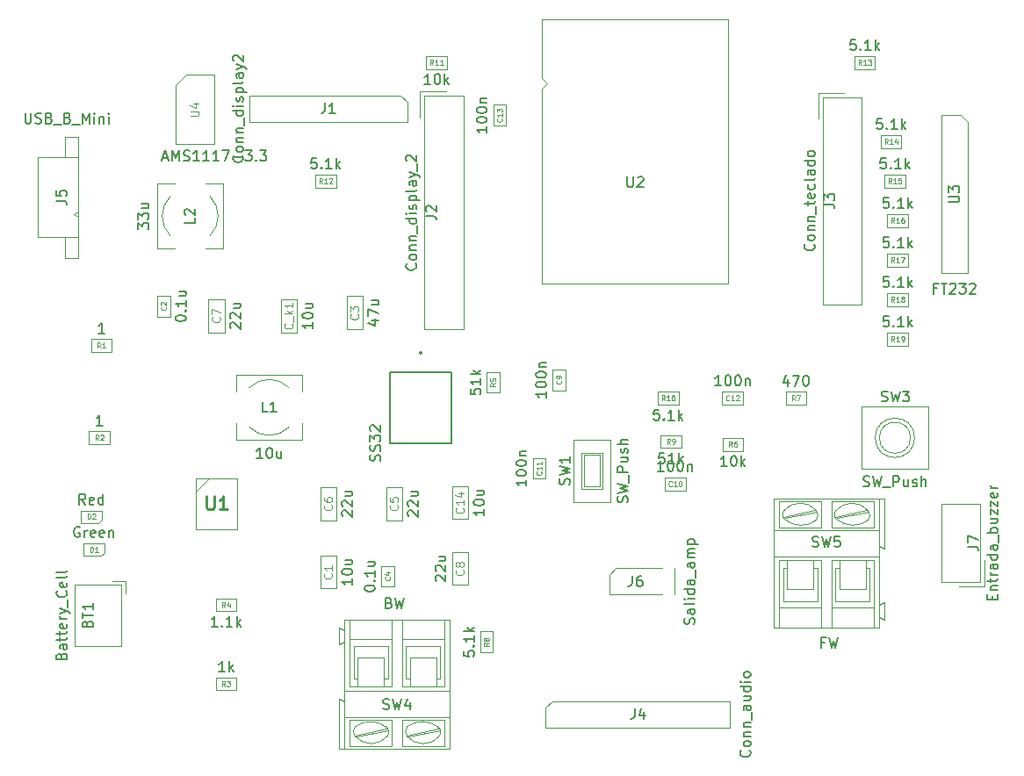
<source format=gbr>
G04 #@! TF.GenerationSoftware,KiCad,Pcbnew,(6.0.4)*
G04 #@! TF.CreationDate,2022-05-21T11:57:55-05:00*
G04 #@! TF.ProjectId,REEL,5245454c-2e6b-4696-9361-645f70636258,rev?*
G04 #@! TF.SameCoordinates,Original*
G04 #@! TF.FileFunction,AssemblyDrawing,Top*
%FSLAX46Y46*%
G04 Gerber Fmt 4.6, Leading zero omitted, Abs format (unit mm)*
G04 Created by KiCad (PCBNEW (6.0.4)) date 2022-05-21 11:57:55*
%MOMM*%
%LPD*%
G01*
G04 APERTURE LIST*
%ADD10C,0.150000*%
%ADD11C,0.120000*%
%ADD12C,0.080000*%
%ADD13C,0.254000*%
%ADD14C,0.100000*%
%ADD15C,0.127000*%
%ADD16C,0.200000*%
G04 APERTURE END LIST*
D10*
X62627380Y-86025357D02*
X62627380Y-86596785D01*
X62627380Y-86311071D02*
X61627380Y-86311071D01*
X61770238Y-86406309D01*
X61865476Y-86501547D01*
X61913095Y-86596785D01*
X61627380Y-85406309D02*
X61627380Y-85311071D01*
X61675000Y-85215833D01*
X61722619Y-85168214D01*
X61817857Y-85120595D01*
X62008333Y-85072976D01*
X62246428Y-85072976D01*
X62436904Y-85120595D01*
X62532142Y-85168214D01*
X62579761Y-85215833D01*
X62627380Y-85311071D01*
X62627380Y-85406309D01*
X62579761Y-85501547D01*
X62532142Y-85549166D01*
X62436904Y-85596785D01*
X62246428Y-85644404D01*
X62008333Y-85644404D01*
X61817857Y-85596785D01*
X61722619Y-85549166D01*
X61675000Y-85501547D01*
X61627380Y-85406309D01*
X61960714Y-84215833D02*
X62627380Y-84215833D01*
X61960714Y-84644404D02*
X62484523Y-84644404D01*
X62579761Y-84596785D01*
X62627380Y-84501547D01*
X62627380Y-84358690D01*
X62579761Y-84263452D01*
X62532142Y-84215833D01*
D11*
X60610714Y-86144404D02*
X60648809Y-86182500D01*
X60686904Y-86296785D01*
X60686904Y-86372976D01*
X60648809Y-86487261D01*
X60572619Y-86563452D01*
X60496428Y-86601547D01*
X60344047Y-86639642D01*
X60229761Y-86639642D01*
X60077380Y-86601547D01*
X60001190Y-86563452D01*
X59925000Y-86487261D01*
X59886904Y-86372976D01*
X59886904Y-86296785D01*
X59925000Y-86182500D01*
X59963095Y-86144404D01*
X60763095Y-85992023D02*
X60763095Y-85382500D01*
X60686904Y-85192023D02*
X59886904Y-85192023D01*
X60382142Y-85115833D02*
X60686904Y-84887261D01*
X60153571Y-84887261D02*
X60458333Y-85192023D01*
X60686904Y-84125357D02*
X60686904Y-84582500D01*
X60686904Y-84353928D02*
X59886904Y-84353928D01*
X60001190Y-84430119D01*
X60077380Y-84506309D01*
X60115476Y-84582500D01*
D10*
X79137380Y-104050357D02*
X79137380Y-104621785D01*
X79137380Y-104336071D02*
X78137380Y-104336071D01*
X78280238Y-104431309D01*
X78375476Y-104526547D01*
X78423095Y-104621785D01*
X78137380Y-103431309D02*
X78137380Y-103336071D01*
X78185000Y-103240833D01*
X78232619Y-103193214D01*
X78327857Y-103145595D01*
X78518333Y-103097976D01*
X78756428Y-103097976D01*
X78946904Y-103145595D01*
X79042142Y-103193214D01*
X79089761Y-103240833D01*
X79137380Y-103336071D01*
X79137380Y-103431309D01*
X79089761Y-103526547D01*
X79042142Y-103574166D01*
X78946904Y-103621785D01*
X78756428Y-103669404D01*
X78518333Y-103669404D01*
X78327857Y-103621785D01*
X78232619Y-103574166D01*
X78185000Y-103526547D01*
X78137380Y-103431309D01*
X78470714Y-102240833D02*
X79137380Y-102240833D01*
X78470714Y-102669404D02*
X78994523Y-102669404D01*
X79089761Y-102621785D01*
X79137380Y-102526547D01*
X79137380Y-102383690D01*
X79089761Y-102288452D01*
X79042142Y-102240833D01*
D11*
X77120714Y-103921785D02*
X77158809Y-103959880D01*
X77196904Y-104074166D01*
X77196904Y-104150357D01*
X77158809Y-104264642D01*
X77082619Y-104340833D01*
X77006428Y-104378928D01*
X76854047Y-104417023D01*
X76739761Y-104417023D01*
X76587380Y-104378928D01*
X76511190Y-104340833D01*
X76435000Y-104264642D01*
X76396904Y-104150357D01*
X76396904Y-104074166D01*
X76435000Y-103959880D01*
X76473095Y-103921785D01*
X77196904Y-103159880D02*
X77196904Y-103617023D01*
X77196904Y-103388452D02*
X76396904Y-103388452D01*
X76511190Y-103464642D01*
X76587380Y-103540833D01*
X76625476Y-103617023D01*
X76663571Y-102474166D02*
X77196904Y-102474166D01*
X76358809Y-102664642D02*
X76930238Y-102855119D01*
X76930238Y-102359880D01*
D10*
X74532619Y-110971785D02*
X74485000Y-110924166D01*
X74437380Y-110828928D01*
X74437380Y-110590833D01*
X74485000Y-110495595D01*
X74532619Y-110447976D01*
X74627857Y-110400357D01*
X74723095Y-110400357D01*
X74865952Y-110447976D01*
X75437380Y-111019404D01*
X75437380Y-110400357D01*
X74532619Y-110019404D02*
X74485000Y-109971785D01*
X74437380Y-109876547D01*
X74437380Y-109638452D01*
X74485000Y-109543214D01*
X74532619Y-109495595D01*
X74627857Y-109447976D01*
X74723095Y-109447976D01*
X74865952Y-109495595D01*
X75437380Y-110067023D01*
X75437380Y-109447976D01*
X74770714Y-108590833D02*
X75437380Y-108590833D01*
X74770714Y-109019404D02*
X75294523Y-109019404D01*
X75389761Y-108971785D01*
X75437380Y-108876547D01*
X75437380Y-108733690D01*
X75389761Y-108638452D01*
X75342142Y-108590833D01*
D11*
X77120714Y-109890833D02*
X77158809Y-109928928D01*
X77196904Y-110043214D01*
X77196904Y-110119404D01*
X77158809Y-110233690D01*
X77082619Y-110309880D01*
X77006428Y-110347976D01*
X76854047Y-110386071D01*
X76739761Y-110386071D01*
X76587380Y-110347976D01*
X76511190Y-110309880D01*
X76435000Y-110233690D01*
X76396904Y-110119404D01*
X76396904Y-110043214D01*
X76435000Y-109928928D01*
X76473095Y-109890833D01*
X76739761Y-109433690D02*
X76701666Y-109509880D01*
X76663571Y-109547976D01*
X76587380Y-109586071D01*
X76549285Y-109586071D01*
X76473095Y-109547976D01*
X76435000Y-109509880D01*
X76396904Y-109433690D01*
X76396904Y-109281309D01*
X76435000Y-109205119D01*
X76473095Y-109167023D01*
X76549285Y-109128928D01*
X76587380Y-109128928D01*
X76663571Y-109167023D01*
X76701666Y-109205119D01*
X76739761Y-109281309D01*
X76739761Y-109433690D01*
X76777857Y-109509880D01*
X76815952Y-109547976D01*
X76892142Y-109586071D01*
X77044523Y-109586071D01*
X77120714Y-109547976D01*
X77158809Y-109509880D01*
X77196904Y-109433690D01*
X77196904Y-109281309D01*
X77158809Y-109205119D01*
X77120714Y-109167023D01*
X77044523Y-109128928D01*
X76892142Y-109128928D01*
X76815952Y-109167023D01*
X76777857Y-109205119D01*
X76739761Y-109281309D01*
D10*
X54737619Y-86596785D02*
X54690000Y-86549166D01*
X54642380Y-86453928D01*
X54642380Y-86215833D01*
X54690000Y-86120595D01*
X54737619Y-86072976D01*
X54832857Y-86025357D01*
X54928095Y-86025357D01*
X55070952Y-86072976D01*
X55642380Y-86644404D01*
X55642380Y-86025357D01*
X54737619Y-85644404D02*
X54690000Y-85596785D01*
X54642380Y-85501547D01*
X54642380Y-85263452D01*
X54690000Y-85168214D01*
X54737619Y-85120595D01*
X54832857Y-85072976D01*
X54928095Y-85072976D01*
X55070952Y-85120595D01*
X55642380Y-85692023D01*
X55642380Y-85072976D01*
X54975714Y-84215833D02*
X55642380Y-84215833D01*
X54975714Y-84644404D02*
X55499523Y-84644404D01*
X55594761Y-84596785D01*
X55642380Y-84501547D01*
X55642380Y-84358690D01*
X55594761Y-84263452D01*
X55547142Y-84215833D01*
D11*
X53625714Y-85515833D02*
X53663809Y-85553928D01*
X53701904Y-85668214D01*
X53701904Y-85744404D01*
X53663809Y-85858690D01*
X53587619Y-85934880D01*
X53511428Y-85972976D01*
X53359047Y-86011071D01*
X53244761Y-86011071D01*
X53092380Y-85972976D01*
X53016190Y-85934880D01*
X52940000Y-85858690D01*
X52901904Y-85744404D01*
X52901904Y-85668214D01*
X52940000Y-85553928D01*
X52978095Y-85515833D01*
X52901904Y-85249166D02*
X52901904Y-84715833D01*
X53701904Y-85058690D01*
D10*
X65532619Y-104719285D02*
X65485000Y-104671666D01*
X65437380Y-104576428D01*
X65437380Y-104338333D01*
X65485000Y-104243095D01*
X65532619Y-104195476D01*
X65627857Y-104147857D01*
X65723095Y-104147857D01*
X65865952Y-104195476D01*
X66437380Y-104766904D01*
X66437380Y-104147857D01*
X65532619Y-103766904D02*
X65485000Y-103719285D01*
X65437380Y-103624047D01*
X65437380Y-103385952D01*
X65485000Y-103290714D01*
X65532619Y-103243095D01*
X65627857Y-103195476D01*
X65723095Y-103195476D01*
X65865952Y-103243095D01*
X66437380Y-103814523D01*
X66437380Y-103195476D01*
X65770714Y-102338333D02*
X66437380Y-102338333D01*
X65770714Y-102766904D02*
X66294523Y-102766904D01*
X66389761Y-102719285D01*
X66437380Y-102624047D01*
X66437380Y-102481190D01*
X66389761Y-102385952D01*
X66342142Y-102338333D01*
D11*
X64420714Y-103638333D02*
X64458809Y-103676428D01*
X64496904Y-103790714D01*
X64496904Y-103866904D01*
X64458809Y-103981190D01*
X64382619Y-104057380D01*
X64306428Y-104095476D01*
X64154047Y-104133571D01*
X64039761Y-104133571D01*
X63887380Y-104095476D01*
X63811190Y-104057380D01*
X63735000Y-103981190D01*
X63696904Y-103866904D01*
X63696904Y-103790714D01*
X63735000Y-103676428D01*
X63773095Y-103638333D01*
X63696904Y-102952619D02*
X63696904Y-103105000D01*
X63735000Y-103181190D01*
X63773095Y-103219285D01*
X63887380Y-103295476D01*
X64039761Y-103333571D01*
X64344523Y-103333571D01*
X64420714Y-103295476D01*
X64458809Y-103257380D01*
X64496904Y-103181190D01*
X64496904Y-103028809D01*
X64458809Y-102952619D01*
X64420714Y-102914523D01*
X64344523Y-102876428D01*
X64154047Y-102876428D01*
X64077857Y-102914523D01*
X64039761Y-102952619D01*
X64001666Y-103028809D01*
X64001666Y-103181190D01*
X64039761Y-103257380D01*
X64077857Y-103295476D01*
X64154047Y-103333571D01*
D10*
X71882619Y-104719285D02*
X71835000Y-104671666D01*
X71787380Y-104576428D01*
X71787380Y-104338333D01*
X71835000Y-104243095D01*
X71882619Y-104195476D01*
X71977857Y-104147857D01*
X72073095Y-104147857D01*
X72215952Y-104195476D01*
X72787380Y-104766904D01*
X72787380Y-104147857D01*
X71882619Y-103766904D02*
X71835000Y-103719285D01*
X71787380Y-103624047D01*
X71787380Y-103385952D01*
X71835000Y-103290714D01*
X71882619Y-103243095D01*
X71977857Y-103195476D01*
X72073095Y-103195476D01*
X72215952Y-103243095D01*
X72787380Y-103814523D01*
X72787380Y-103195476D01*
X72120714Y-102338333D02*
X72787380Y-102338333D01*
X72120714Y-102766904D02*
X72644523Y-102766904D01*
X72739761Y-102719285D01*
X72787380Y-102624047D01*
X72787380Y-102481190D01*
X72739761Y-102385952D01*
X72692142Y-102338333D01*
D11*
X70770714Y-103638333D02*
X70808809Y-103676428D01*
X70846904Y-103790714D01*
X70846904Y-103866904D01*
X70808809Y-103981190D01*
X70732619Y-104057380D01*
X70656428Y-104095476D01*
X70504047Y-104133571D01*
X70389761Y-104133571D01*
X70237380Y-104095476D01*
X70161190Y-104057380D01*
X70085000Y-103981190D01*
X70046904Y-103866904D01*
X70046904Y-103790714D01*
X70085000Y-103676428D01*
X70123095Y-103638333D01*
X70046904Y-102914523D02*
X70046904Y-103295476D01*
X70427857Y-103333571D01*
X70389761Y-103295476D01*
X70351666Y-103219285D01*
X70351666Y-103028809D01*
X70389761Y-102952619D01*
X70427857Y-102914523D01*
X70504047Y-102876428D01*
X70694523Y-102876428D01*
X70770714Y-102914523D01*
X70808809Y-102952619D01*
X70846904Y-103028809D01*
X70846904Y-103219285D01*
X70808809Y-103295476D01*
X70770714Y-103333571D01*
D10*
X67622380Y-111721785D02*
X67622380Y-111626547D01*
X67670000Y-111531309D01*
X67717619Y-111483690D01*
X67812857Y-111436071D01*
X68003333Y-111388452D01*
X68241428Y-111388452D01*
X68431904Y-111436071D01*
X68527142Y-111483690D01*
X68574761Y-111531309D01*
X68622380Y-111626547D01*
X68622380Y-111721785D01*
X68574761Y-111817023D01*
X68527142Y-111864642D01*
X68431904Y-111912261D01*
X68241428Y-111959880D01*
X68003333Y-111959880D01*
X67812857Y-111912261D01*
X67717619Y-111864642D01*
X67670000Y-111817023D01*
X67622380Y-111721785D01*
X68527142Y-110959880D02*
X68574761Y-110912261D01*
X68622380Y-110959880D01*
X68574761Y-111007500D01*
X68527142Y-110959880D01*
X68622380Y-110959880D01*
X68622380Y-109959880D02*
X68622380Y-110531309D01*
X68622380Y-110245595D02*
X67622380Y-110245595D01*
X67765238Y-110340833D01*
X67860476Y-110436071D01*
X67908095Y-110531309D01*
X67955714Y-109102738D02*
X68622380Y-109102738D01*
X67955714Y-109531309D02*
X68479523Y-109531309D01*
X68574761Y-109483690D01*
X68622380Y-109388452D01*
X68622380Y-109245595D01*
X68574761Y-109150357D01*
X68527142Y-109102738D01*
D12*
X70028571Y-110590833D02*
X70052380Y-110614642D01*
X70076190Y-110686071D01*
X70076190Y-110733690D01*
X70052380Y-110805119D01*
X70004761Y-110852738D01*
X69957142Y-110876547D01*
X69861904Y-110900357D01*
X69790476Y-110900357D01*
X69695238Y-110876547D01*
X69647619Y-110852738D01*
X69600000Y-110805119D01*
X69576190Y-110733690D01*
X69576190Y-110686071D01*
X69600000Y-110614642D01*
X69623809Y-110590833D01*
X69742857Y-110162261D02*
X70076190Y-110162261D01*
X69552380Y-110281309D02*
X69909523Y-110400357D01*
X69909523Y-110090833D01*
D10*
X68310714Y-85828095D02*
X68977380Y-85828095D01*
X67929761Y-86066190D02*
X68644047Y-86304285D01*
X68644047Y-85685238D01*
X67977380Y-85399523D02*
X67977380Y-84732857D01*
X68977380Y-85161428D01*
X68310714Y-83923333D02*
X68977380Y-83923333D01*
X68310714Y-84351904D02*
X68834523Y-84351904D01*
X68929761Y-84304285D01*
X68977380Y-84209047D01*
X68977380Y-84066190D01*
X68929761Y-83970952D01*
X68882142Y-83923333D01*
D11*
X66960714Y-85223333D02*
X66998809Y-85261428D01*
X67036904Y-85375714D01*
X67036904Y-85451904D01*
X66998809Y-85566190D01*
X66922619Y-85642380D01*
X66846428Y-85680476D01*
X66694047Y-85718571D01*
X66579761Y-85718571D01*
X66427380Y-85680476D01*
X66351190Y-85642380D01*
X66275000Y-85566190D01*
X66236904Y-85451904D01*
X66236904Y-85375714D01*
X66275000Y-85261428D01*
X66313095Y-85223333D01*
X66236904Y-84956666D02*
X66236904Y-84461428D01*
X66541666Y-84728095D01*
X66541666Y-84613809D01*
X66579761Y-84537619D01*
X66617857Y-84499523D01*
X66694047Y-84461428D01*
X66884523Y-84461428D01*
X66960714Y-84499523D01*
X66998809Y-84537619D01*
X67036904Y-84613809D01*
X67036904Y-84842380D01*
X66998809Y-84918571D01*
X66960714Y-84956666D01*
D10*
X49392380Y-85669285D02*
X49392380Y-85574047D01*
X49440000Y-85478809D01*
X49487619Y-85431190D01*
X49582857Y-85383571D01*
X49773333Y-85335952D01*
X50011428Y-85335952D01*
X50201904Y-85383571D01*
X50297142Y-85431190D01*
X50344761Y-85478809D01*
X50392380Y-85574047D01*
X50392380Y-85669285D01*
X50344761Y-85764523D01*
X50297142Y-85812142D01*
X50201904Y-85859761D01*
X50011428Y-85907380D01*
X49773333Y-85907380D01*
X49582857Y-85859761D01*
X49487619Y-85812142D01*
X49440000Y-85764523D01*
X49392380Y-85669285D01*
X50297142Y-84907380D02*
X50344761Y-84859761D01*
X50392380Y-84907380D01*
X50344761Y-84955000D01*
X50297142Y-84907380D01*
X50392380Y-84907380D01*
X50392380Y-83907380D02*
X50392380Y-84478809D01*
X50392380Y-84193095D02*
X49392380Y-84193095D01*
X49535238Y-84288333D01*
X49630476Y-84383571D01*
X49678095Y-84478809D01*
X49725714Y-83050238D02*
X50392380Y-83050238D01*
X49725714Y-83478809D02*
X50249523Y-83478809D01*
X50344761Y-83431190D01*
X50392380Y-83335952D01*
X50392380Y-83193095D01*
X50344761Y-83097857D01*
X50297142Y-83050238D01*
D12*
X48438571Y-84538333D02*
X48462380Y-84562142D01*
X48486190Y-84633571D01*
X48486190Y-84681190D01*
X48462380Y-84752619D01*
X48414761Y-84800238D01*
X48367142Y-84824047D01*
X48271904Y-84847857D01*
X48200476Y-84847857D01*
X48105238Y-84824047D01*
X48057619Y-84800238D01*
X48010000Y-84752619D01*
X47986190Y-84681190D01*
X47986190Y-84633571D01*
X48010000Y-84562142D01*
X48033809Y-84538333D01*
X48033809Y-84347857D02*
X48010000Y-84324047D01*
X47986190Y-84276428D01*
X47986190Y-84157380D01*
X48010000Y-84109761D01*
X48033809Y-84085952D01*
X48081428Y-84062142D01*
X48129047Y-84062142D01*
X48200476Y-84085952D01*
X48486190Y-84371666D01*
X48486190Y-84062142D01*
D10*
X66437380Y-110742857D02*
X66437380Y-111314285D01*
X66437380Y-111028571D02*
X65437380Y-111028571D01*
X65580238Y-111123809D01*
X65675476Y-111219047D01*
X65723095Y-111314285D01*
X65437380Y-110123809D02*
X65437380Y-110028571D01*
X65485000Y-109933333D01*
X65532619Y-109885714D01*
X65627857Y-109838095D01*
X65818333Y-109790476D01*
X66056428Y-109790476D01*
X66246904Y-109838095D01*
X66342142Y-109885714D01*
X66389761Y-109933333D01*
X66437380Y-110028571D01*
X66437380Y-110123809D01*
X66389761Y-110219047D01*
X66342142Y-110266666D01*
X66246904Y-110314285D01*
X66056428Y-110361904D01*
X65818333Y-110361904D01*
X65627857Y-110314285D01*
X65532619Y-110266666D01*
X65485000Y-110219047D01*
X65437380Y-110123809D01*
X65770714Y-108933333D02*
X66437380Y-108933333D01*
X65770714Y-109361904D02*
X66294523Y-109361904D01*
X66389761Y-109314285D01*
X66437380Y-109219047D01*
X66437380Y-109076190D01*
X66389761Y-108980952D01*
X66342142Y-108933333D01*
D11*
X64420714Y-110233333D02*
X64458809Y-110271428D01*
X64496904Y-110385714D01*
X64496904Y-110461904D01*
X64458809Y-110576190D01*
X64382619Y-110652380D01*
X64306428Y-110690476D01*
X64154047Y-110728571D01*
X64039761Y-110728571D01*
X63887380Y-110690476D01*
X63811190Y-110652380D01*
X63735000Y-110576190D01*
X63696904Y-110461904D01*
X63696904Y-110385714D01*
X63735000Y-110271428D01*
X63773095Y-110233333D01*
X64496904Y-109471428D02*
X64496904Y-109928571D01*
X64496904Y-109700000D02*
X63696904Y-109700000D01*
X63811190Y-109776190D01*
X63887380Y-109852380D01*
X63925476Y-109928571D01*
D10*
X53434166Y-115377380D02*
X52862738Y-115377380D01*
X53148452Y-115377380D02*
X53148452Y-114377380D01*
X53053214Y-114520238D01*
X52957976Y-114615476D01*
X52862738Y-114663095D01*
X53862738Y-115282142D02*
X53910357Y-115329761D01*
X53862738Y-115377380D01*
X53815119Y-115329761D01*
X53862738Y-115282142D01*
X53862738Y-115377380D01*
X54862738Y-115377380D02*
X54291309Y-115377380D01*
X54577023Y-115377380D02*
X54577023Y-114377380D01*
X54481785Y-114520238D01*
X54386547Y-114615476D01*
X54291309Y-114663095D01*
X55291309Y-115377380D02*
X55291309Y-114377380D01*
X55386547Y-114996428D02*
X55672261Y-115377380D01*
X55672261Y-114710714D02*
X55291309Y-115091666D01*
D12*
X54184166Y-113501190D02*
X54017500Y-113263095D01*
X53898452Y-113501190D02*
X53898452Y-113001190D01*
X54088928Y-113001190D01*
X54136547Y-113025000D01*
X54160357Y-113048809D01*
X54184166Y-113096428D01*
X54184166Y-113167857D01*
X54160357Y-113215476D01*
X54136547Y-113239285D01*
X54088928Y-113263095D01*
X53898452Y-113263095D01*
X54612738Y-113167857D02*
X54612738Y-113501190D01*
X54493690Y-112977380D02*
X54374642Y-113334523D01*
X54684166Y-113334523D01*
D10*
X54148452Y-119697380D02*
X53577023Y-119697380D01*
X53862738Y-119697380D02*
X53862738Y-118697380D01*
X53767500Y-118840238D01*
X53672261Y-118935476D01*
X53577023Y-118983095D01*
X54577023Y-119697380D02*
X54577023Y-118697380D01*
X54672261Y-119316428D02*
X54957976Y-119697380D01*
X54957976Y-119030714D02*
X54577023Y-119411666D01*
D12*
X54184166Y-121121190D02*
X54017500Y-120883095D01*
X53898452Y-121121190D02*
X53898452Y-120621190D01*
X54088928Y-120621190D01*
X54136547Y-120645000D01*
X54160357Y-120668809D01*
X54184166Y-120716428D01*
X54184166Y-120787857D01*
X54160357Y-120835476D01*
X54136547Y-120859285D01*
X54088928Y-120883095D01*
X53898452Y-120883095D01*
X54350833Y-120621190D02*
X54660357Y-120621190D01*
X54493690Y-120811666D01*
X54565119Y-120811666D01*
X54612738Y-120835476D01*
X54636547Y-120859285D01*
X54660357Y-120906904D01*
X54660357Y-121025952D01*
X54636547Y-121073571D01*
X54612738Y-121097380D01*
X54565119Y-121121190D01*
X54422261Y-121121190D01*
X54374642Y-121097380D01*
X54350833Y-121073571D01*
D10*
X42338214Y-95957380D02*
X41766785Y-95957380D01*
X42052500Y-95957380D02*
X42052500Y-94957380D01*
X41957261Y-95100238D01*
X41862023Y-95195476D01*
X41766785Y-95243095D01*
D12*
X41969166Y-97381190D02*
X41802500Y-97143095D01*
X41683452Y-97381190D02*
X41683452Y-96881190D01*
X41873928Y-96881190D01*
X41921547Y-96905000D01*
X41945357Y-96928809D01*
X41969166Y-96976428D01*
X41969166Y-97047857D01*
X41945357Y-97095476D01*
X41921547Y-97119285D01*
X41873928Y-97143095D01*
X41683452Y-97143095D01*
X42159642Y-96928809D02*
X42183452Y-96905000D01*
X42231071Y-96881190D01*
X42350119Y-96881190D01*
X42397738Y-96905000D01*
X42421547Y-96928809D01*
X42445357Y-96976428D01*
X42445357Y-97024047D01*
X42421547Y-97095476D01*
X42135833Y-97381190D01*
X42445357Y-97381190D01*
D10*
X42538214Y-87067380D02*
X41966785Y-87067380D01*
X42252500Y-87067380D02*
X42252500Y-86067380D01*
X42157261Y-86210238D01*
X42062023Y-86305476D01*
X41966785Y-86353095D01*
D12*
X42169166Y-88491190D02*
X42002500Y-88253095D01*
X41883452Y-88491190D02*
X41883452Y-87991190D01*
X42073928Y-87991190D01*
X42121547Y-88015000D01*
X42145357Y-88038809D01*
X42169166Y-88086428D01*
X42169166Y-88157857D01*
X42145357Y-88205476D01*
X42121547Y-88229285D01*
X42073928Y-88253095D01*
X41883452Y-88253095D01*
X42645357Y-88491190D02*
X42359642Y-88491190D01*
X42502500Y-88491190D02*
X42502500Y-87991190D01*
X42454880Y-88062619D01*
X42407261Y-88110238D01*
X42359642Y-88134047D01*
D10*
X85132380Y-92691547D02*
X85132380Y-93262976D01*
X85132380Y-92977261D02*
X84132380Y-92977261D01*
X84275238Y-93072500D01*
X84370476Y-93167738D01*
X84418095Y-93262976D01*
X84132380Y-92072500D02*
X84132380Y-91977261D01*
X84180000Y-91882023D01*
X84227619Y-91834404D01*
X84322857Y-91786785D01*
X84513333Y-91739166D01*
X84751428Y-91739166D01*
X84941904Y-91786785D01*
X85037142Y-91834404D01*
X85084761Y-91882023D01*
X85132380Y-91977261D01*
X85132380Y-92072500D01*
X85084761Y-92167738D01*
X85037142Y-92215357D01*
X84941904Y-92262976D01*
X84751428Y-92310595D01*
X84513333Y-92310595D01*
X84322857Y-92262976D01*
X84227619Y-92215357D01*
X84180000Y-92167738D01*
X84132380Y-92072500D01*
X84132380Y-91120119D02*
X84132380Y-91024880D01*
X84180000Y-90929642D01*
X84227619Y-90882023D01*
X84322857Y-90834404D01*
X84513333Y-90786785D01*
X84751428Y-90786785D01*
X84941904Y-90834404D01*
X85037142Y-90882023D01*
X85084761Y-90929642D01*
X85132380Y-91024880D01*
X85132380Y-91120119D01*
X85084761Y-91215357D01*
X85037142Y-91262976D01*
X84941904Y-91310595D01*
X84751428Y-91358214D01*
X84513333Y-91358214D01*
X84322857Y-91310595D01*
X84227619Y-91262976D01*
X84180000Y-91215357D01*
X84132380Y-91120119D01*
X84465714Y-90358214D02*
X85132380Y-90358214D01*
X84560952Y-90358214D02*
X84513333Y-90310595D01*
X84465714Y-90215357D01*
X84465714Y-90072500D01*
X84513333Y-89977261D01*
X84608571Y-89929642D01*
X85132380Y-89929642D01*
D12*
X86538571Y-91655833D02*
X86562380Y-91679642D01*
X86586190Y-91751071D01*
X86586190Y-91798690D01*
X86562380Y-91870119D01*
X86514761Y-91917738D01*
X86467142Y-91941547D01*
X86371904Y-91965357D01*
X86300476Y-91965357D01*
X86205238Y-91941547D01*
X86157619Y-91917738D01*
X86110000Y-91870119D01*
X86086190Y-91798690D01*
X86086190Y-91751071D01*
X86110000Y-91679642D01*
X86133809Y-91655833D01*
X86586190Y-91417738D02*
X86586190Y-91322500D01*
X86562380Y-91274880D01*
X86538571Y-91251071D01*
X86467142Y-91203452D01*
X86371904Y-91179642D01*
X86181428Y-91179642D01*
X86133809Y-91203452D01*
X86110000Y-91227261D01*
X86086190Y-91274880D01*
X86086190Y-91370119D01*
X86110000Y-91417738D01*
X86133809Y-91441547D01*
X86181428Y-91465357D01*
X86300476Y-91465357D01*
X86348095Y-91441547D01*
X86371904Y-91417738D01*
X86395714Y-91370119D01*
X86395714Y-91274880D01*
X86371904Y-91227261D01*
X86348095Y-91203452D01*
X86300476Y-91179642D01*
D10*
X48162600Y-70161866D02*
X48638790Y-70161866D01*
X48067361Y-70447580D02*
X48400695Y-69447580D01*
X48734028Y-70447580D01*
X49067361Y-70447580D02*
X49067361Y-69447580D01*
X49400695Y-70161866D01*
X49734028Y-69447580D01*
X49734028Y-70447580D01*
X50162600Y-70399961D02*
X50305457Y-70447580D01*
X50543552Y-70447580D01*
X50638790Y-70399961D01*
X50686409Y-70352342D01*
X50734028Y-70257104D01*
X50734028Y-70161866D01*
X50686409Y-70066628D01*
X50638790Y-70019009D01*
X50543552Y-69971390D01*
X50353076Y-69923771D01*
X50257838Y-69876152D01*
X50210219Y-69828533D01*
X50162600Y-69733295D01*
X50162600Y-69638057D01*
X50210219Y-69542819D01*
X50257838Y-69495200D01*
X50353076Y-69447580D01*
X50591171Y-69447580D01*
X50734028Y-69495200D01*
X51686409Y-70447580D02*
X51114980Y-70447580D01*
X51400695Y-70447580D02*
X51400695Y-69447580D01*
X51305457Y-69590438D01*
X51210219Y-69685676D01*
X51114980Y-69733295D01*
X52638790Y-70447580D02*
X52067361Y-70447580D01*
X52353076Y-70447580D02*
X52353076Y-69447580D01*
X52257838Y-69590438D01*
X52162600Y-69685676D01*
X52067361Y-69733295D01*
X53591171Y-70447580D02*
X53019742Y-70447580D01*
X53305457Y-70447580D02*
X53305457Y-69447580D01*
X53210219Y-69590438D01*
X53114980Y-69685676D01*
X53019742Y-69733295D01*
X53924504Y-69447580D02*
X54591171Y-69447580D01*
X54162599Y-70447580D01*
X54972123Y-70066628D02*
X55734028Y-70066628D01*
X56114980Y-69447580D02*
X56734028Y-69447580D01*
X56400695Y-69828533D01*
X56543552Y-69828533D01*
X56638790Y-69876152D01*
X56686409Y-69923771D01*
X56734028Y-70019009D01*
X56734028Y-70257104D01*
X56686409Y-70352342D01*
X56638790Y-70399961D01*
X56543552Y-70447580D01*
X56257838Y-70447580D01*
X56162599Y-70399961D01*
X56114980Y-70352342D01*
X57162600Y-70352342D02*
X57210219Y-70399961D01*
X57162600Y-70447580D01*
X57114980Y-70399961D01*
X57162600Y-70352342D01*
X57162600Y-70447580D01*
X57543552Y-69447580D02*
X58162599Y-69447580D01*
X57829266Y-69828533D01*
X57972123Y-69828533D01*
X58067361Y-69876152D01*
X58114980Y-69923771D01*
X58162599Y-70019009D01*
X58162599Y-70257104D01*
X58114980Y-70352342D01*
X58067361Y-70399961D01*
X57972123Y-70447580D01*
X57686409Y-70447580D01*
X57591171Y-70399961D01*
X57543552Y-70352342D01*
D11*
X50819504Y-66104723D02*
X51467123Y-66104723D01*
X51543314Y-66066628D01*
X51581409Y-66028533D01*
X51619504Y-65952342D01*
X51619504Y-65799961D01*
X51581409Y-65723771D01*
X51543314Y-65685676D01*
X51467123Y-65647580D01*
X50819504Y-65647580D01*
X51086171Y-64923771D02*
X51619504Y-64923771D01*
X50781409Y-65114247D02*
X51352838Y-65304723D01*
X51352838Y-64809485D01*
D10*
X73969761Y-63062380D02*
X73398333Y-63062380D01*
X73684047Y-63062380D02*
X73684047Y-62062380D01*
X73588809Y-62205238D01*
X73493571Y-62300476D01*
X73398333Y-62348095D01*
X74588809Y-62062380D02*
X74684047Y-62062380D01*
X74779285Y-62110000D01*
X74826904Y-62157619D01*
X74874523Y-62252857D01*
X74922142Y-62443333D01*
X74922142Y-62681428D01*
X74874523Y-62871904D01*
X74826904Y-62967142D01*
X74779285Y-63014761D01*
X74684047Y-63062380D01*
X74588809Y-63062380D01*
X74493571Y-63014761D01*
X74445952Y-62967142D01*
X74398333Y-62871904D01*
X74350714Y-62681428D01*
X74350714Y-62443333D01*
X74398333Y-62252857D01*
X74445952Y-62157619D01*
X74493571Y-62110000D01*
X74588809Y-62062380D01*
X75350714Y-63062380D02*
X75350714Y-62062380D01*
X75445952Y-62681428D02*
X75731666Y-63062380D01*
X75731666Y-62395714D02*
X75350714Y-62776666D01*
D12*
X74243571Y-61186190D02*
X74076904Y-60948095D01*
X73957857Y-61186190D02*
X73957857Y-60686190D01*
X74148333Y-60686190D01*
X74195952Y-60710000D01*
X74219761Y-60733809D01*
X74243571Y-60781428D01*
X74243571Y-60852857D01*
X74219761Y-60900476D01*
X74195952Y-60924285D01*
X74148333Y-60948095D01*
X73957857Y-60948095D01*
X74719761Y-61186190D02*
X74434047Y-61186190D01*
X74576904Y-61186190D02*
X74576904Y-60686190D01*
X74529285Y-60757619D01*
X74481666Y-60805238D01*
X74434047Y-60829047D01*
X75195952Y-61186190D02*
X74910238Y-61186190D01*
X75053095Y-61186190D02*
X75053095Y-60686190D01*
X75005476Y-60757619D01*
X74957857Y-60805238D01*
X74910238Y-60829047D01*
D10*
X96512142Y-98622380D02*
X96035952Y-98622380D01*
X95988333Y-99098571D01*
X96035952Y-99050952D01*
X96131190Y-99003333D01*
X96369285Y-99003333D01*
X96464523Y-99050952D01*
X96512142Y-99098571D01*
X96559761Y-99193809D01*
X96559761Y-99431904D01*
X96512142Y-99527142D01*
X96464523Y-99574761D01*
X96369285Y-99622380D01*
X96131190Y-99622380D01*
X96035952Y-99574761D01*
X95988333Y-99527142D01*
X97512142Y-99622380D02*
X96940714Y-99622380D01*
X97226428Y-99622380D02*
X97226428Y-98622380D01*
X97131190Y-98765238D01*
X97035952Y-98860476D01*
X96940714Y-98908095D01*
X97940714Y-99622380D02*
X97940714Y-98622380D01*
X98035952Y-99241428D02*
X98321666Y-99622380D01*
X98321666Y-98955714D02*
X97940714Y-99336666D01*
D12*
X97071666Y-97746190D02*
X96905000Y-97508095D01*
X96785952Y-97746190D02*
X96785952Y-97246190D01*
X96976428Y-97246190D01*
X97024047Y-97270000D01*
X97047857Y-97293809D01*
X97071666Y-97341428D01*
X97071666Y-97412857D01*
X97047857Y-97460476D01*
X97024047Y-97484285D01*
X96976428Y-97508095D01*
X96785952Y-97508095D01*
X97309761Y-97746190D02*
X97405000Y-97746190D01*
X97452619Y-97722380D01*
X97476428Y-97698571D01*
X97524047Y-97627142D01*
X97547857Y-97531904D01*
X97547857Y-97341428D01*
X97524047Y-97293809D01*
X97500238Y-97270000D01*
X97452619Y-97246190D01*
X97357380Y-97246190D01*
X97309761Y-97270000D01*
X97285952Y-97293809D01*
X97262142Y-97341428D01*
X97262142Y-97460476D01*
X97285952Y-97508095D01*
X97309761Y-97531904D01*
X97357380Y-97555714D01*
X97452619Y-97555714D01*
X97500238Y-97531904D01*
X97524047Y-97508095D01*
X97547857Y-97460476D01*
D10*
X111981428Y-116898571D02*
X111648095Y-116898571D01*
X111648095Y-117422380D02*
X111648095Y-116422380D01*
X112124285Y-116422380D01*
X112410000Y-116422380D02*
X112648095Y-117422380D01*
X112838571Y-116708095D01*
X113029047Y-117422380D01*
X113267142Y-116422380D01*
X110796666Y-107624761D02*
X110939523Y-107672380D01*
X111177619Y-107672380D01*
X111272857Y-107624761D01*
X111320476Y-107577142D01*
X111368095Y-107481904D01*
X111368095Y-107386666D01*
X111320476Y-107291428D01*
X111272857Y-107243809D01*
X111177619Y-107196190D01*
X110987142Y-107148571D01*
X110891904Y-107100952D01*
X110844285Y-107053333D01*
X110796666Y-106958095D01*
X110796666Y-106862857D01*
X110844285Y-106767619D01*
X110891904Y-106720000D01*
X110987142Y-106672380D01*
X111225238Y-106672380D01*
X111368095Y-106720000D01*
X111701428Y-106672380D02*
X111939523Y-107672380D01*
X112130000Y-106958095D01*
X112320476Y-107672380D01*
X112558571Y-106672380D01*
X113415714Y-106672380D02*
X112939523Y-106672380D01*
X112891904Y-107148571D01*
X112939523Y-107100952D01*
X113034761Y-107053333D01*
X113272857Y-107053333D01*
X113368095Y-107100952D01*
X113415714Y-107148571D01*
X113463333Y-107243809D01*
X113463333Y-107481904D01*
X113415714Y-107577142D01*
X113368095Y-107624761D01*
X113272857Y-107672380D01*
X113034761Y-107672380D01*
X112939523Y-107624761D01*
X112891904Y-107577142D01*
X104727142Y-127301190D02*
X104774761Y-127348809D01*
X104822380Y-127491666D01*
X104822380Y-127586904D01*
X104774761Y-127729761D01*
X104679523Y-127825000D01*
X104584285Y-127872619D01*
X104393809Y-127920238D01*
X104250952Y-127920238D01*
X104060476Y-127872619D01*
X103965238Y-127825000D01*
X103870000Y-127729761D01*
X103822380Y-127586904D01*
X103822380Y-127491666D01*
X103870000Y-127348809D01*
X103917619Y-127301190D01*
X104822380Y-126729761D02*
X104774761Y-126825000D01*
X104727142Y-126872619D01*
X104631904Y-126920238D01*
X104346190Y-126920238D01*
X104250952Y-126872619D01*
X104203333Y-126825000D01*
X104155714Y-126729761D01*
X104155714Y-126586904D01*
X104203333Y-126491666D01*
X104250952Y-126444047D01*
X104346190Y-126396428D01*
X104631904Y-126396428D01*
X104727142Y-126444047D01*
X104774761Y-126491666D01*
X104822380Y-126586904D01*
X104822380Y-126729761D01*
X104155714Y-125967857D02*
X104822380Y-125967857D01*
X104250952Y-125967857D02*
X104203333Y-125920238D01*
X104155714Y-125825000D01*
X104155714Y-125682142D01*
X104203333Y-125586904D01*
X104298571Y-125539285D01*
X104822380Y-125539285D01*
X104155714Y-125063095D02*
X104822380Y-125063095D01*
X104250952Y-125063095D02*
X104203333Y-125015476D01*
X104155714Y-124920238D01*
X104155714Y-124777380D01*
X104203333Y-124682142D01*
X104298571Y-124634523D01*
X104822380Y-124634523D01*
X104917619Y-124396428D02*
X104917619Y-123634523D01*
X104822380Y-122967857D02*
X104298571Y-122967857D01*
X104203333Y-123015476D01*
X104155714Y-123110714D01*
X104155714Y-123301190D01*
X104203333Y-123396428D01*
X104774761Y-122967857D02*
X104822380Y-123063095D01*
X104822380Y-123301190D01*
X104774761Y-123396428D01*
X104679523Y-123444047D01*
X104584285Y-123444047D01*
X104489047Y-123396428D01*
X104441428Y-123301190D01*
X104441428Y-123063095D01*
X104393809Y-122967857D01*
X104155714Y-122063095D02*
X104822380Y-122063095D01*
X104155714Y-122491666D02*
X104679523Y-122491666D01*
X104774761Y-122444047D01*
X104822380Y-122348809D01*
X104822380Y-122205952D01*
X104774761Y-122110714D01*
X104727142Y-122063095D01*
X104822380Y-121158333D02*
X103822380Y-121158333D01*
X104774761Y-121158333D02*
X104822380Y-121253571D01*
X104822380Y-121444047D01*
X104774761Y-121539285D01*
X104727142Y-121586904D01*
X104631904Y-121634523D01*
X104346190Y-121634523D01*
X104250952Y-121586904D01*
X104203333Y-121539285D01*
X104155714Y-121444047D01*
X104155714Y-121253571D01*
X104203333Y-121158333D01*
X104822380Y-120682142D02*
X104155714Y-120682142D01*
X103822380Y-120682142D02*
X103870000Y-120729761D01*
X103917619Y-120682142D01*
X103870000Y-120634523D01*
X103822380Y-120682142D01*
X103917619Y-120682142D01*
X104822380Y-120063095D02*
X104774761Y-120158333D01*
X104727142Y-120205952D01*
X104631904Y-120253571D01*
X104346190Y-120253571D01*
X104250952Y-120205952D01*
X104203333Y-120158333D01*
X104155714Y-120063095D01*
X104155714Y-119920238D01*
X104203333Y-119825000D01*
X104250952Y-119777380D01*
X104346190Y-119729761D01*
X104631904Y-119729761D01*
X104727142Y-119777380D01*
X104774761Y-119825000D01*
X104822380Y-119920238D01*
X104822380Y-120063095D01*
X93646666Y-123277380D02*
X93646666Y-123991666D01*
X93599047Y-124134523D01*
X93503809Y-124229761D01*
X93360952Y-124277380D01*
X93265714Y-124277380D01*
X94551428Y-123610714D02*
X94551428Y-124277380D01*
X94313333Y-123229761D02*
X94075238Y-123944047D01*
X94694285Y-123944047D01*
X102544761Y-99892380D02*
X101973333Y-99892380D01*
X102259047Y-99892380D02*
X102259047Y-98892380D01*
X102163809Y-99035238D01*
X102068571Y-99130476D01*
X101973333Y-99178095D01*
X103163809Y-98892380D02*
X103259047Y-98892380D01*
X103354285Y-98940000D01*
X103401904Y-98987619D01*
X103449523Y-99082857D01*
X103497142Y-99273333D01*
X103497142Y-99511428D01*
X103449523Y-99701904D01*
X103401904Y-99797142D01*
X103354285Y-99844761D01*
X103259047Y-99892380D01*
X103163809Y-99892380D01*
X103068571Y-99844761D01*
X103020952Y-99797142D01*
X102973333Y-99701904D01*
X102925714Y-99511428D01*
X102925714Y-99273333D01*
X102973333Y-99082857D01*
X103020952Y-98987619D01*
X103068571Y-98940000D01*
X103163809Y-98892380D01*
X103925714Y-99892380D02*
X103925714Y-98892380D01*
X104020952Y-99511428D02*
X104306666Y-99892380D01*
X104306666Y-99225714D02*
X103925714Y-99606666D01*
D12*
X103056666Y-98016190D02*
X102890000Y-97778095D01*
X102770952Y-98016190D02*
X102770952Y-97516190D01*
X102961428Y-97516190D01*
X103009047Y-97540000D01*
X103032857Y-97563809D01*
X103056666Y-97611428D01*
X103056666Y-97682857D01*
X103032857Y-97730476D01*
X103009047Y-97754285D01*
X102961428Y-97778095D01*
X102770952Y-97778095D01*
X103485238Y-97516190D02*
X103390000Y-97516190D01*
X103342380Y-97540000D01*
X103318571Y-97563809D01*
X103270952Y-97635238D01*
X103247142Y-97730476D01*
X103247142Y-97920952D01*
X103270952Y-97968571D01*
X103294761Y-97992380D01*
X103342380Y-98016190D01*
X103437619Y-98016190D01*
X103485238Y-97992380D01*
X103509047Y-97968571D01*
X103532857Y-97920952D01*
X103532857Y-97801904D01*
X103509047Y-97754285D01*
X103485238Y-97730476D01*
X103437619Y-97706666D01*
X103342380Y-97706666D01*
X103294761Y-97730476D01*
X103270952Y-97754285D01*
X103247142Y-97801904D01*
D10*
X108458095Y-91480714D02*
X108458095Y-92147380D01*
X108220000Y-91099761D02*
X107981904Y-91814047D01*
X108600952Y-91814047D01*
X108886666Y-91147380D02*
X109553333Y-91147380D01*
X109124761Y-92147380D01*
X110124761Y-91147380D02*
X110220000Y-91147380D01*
X110315238Y-91195000D01*
X110362857Y-91242619D01*
X110410476Y-91337857D01*
X110458095Y-91528333D01*
X110458095Y-91766428D01*
X110410476Y-91956904D01*
X110362857Y-92052142D01*
X110315238Y-92099761D01*
X110220000Y-92147380D01*
X110124761Y-92147380D01*
X110029523Y-92099761D01*
X109981904Y-92052142D01*
X109934285Y-91956904D01*
X109886666Y-91766428D01*
X109886666Y-91528333D01*
X109934285Y-91337857D01*
X109981904Y-91242619D01*
X110029523Y-91195000D01*
X110124761Y-91147380D01*
D12*
X109136666Y-93571190D02*
X108970000Y-93333095D01*
X108850952Y-93571190D02*
X108850952Y-93071190D01*
X109041428Y-93071190D01*
X109089047Y-93095000D01*
X109112857Y-93118809D01*
X109136666Y-93166428D01*
X109136666Y-93237857D01*
X109112857Y-93285476D01*
X109089047Y-93309285D01*
X109041428Y-93333095D01*
X108850952Y-93333095D01*
X109303333Y-93071190D02*
X109636666Y-93071190D01*
X109422380Y-93571190D01*
D10*
X55812142Y-69952619D02*
X55859761Y-70000238D01*
X55907380Y-70143095D01*
X55907380Y-70238333D01*
X55859761Y-70381190D01*
X55764523Y-70476428D01*
X55669285Y-70524047D01*
X55478809Y-70571666D01*
X55335952Y-70571666D01*
X55145476Y-70524047D01*
X55050238Y-70476428D01*
X54955000Y-70381190D01*
X54907380Y-70238333D01*
X54907380Y-70143095D01*
X54955000Y-70000238D01*
X55002619Y-69952619D01*
X55907380Y-69381190D02*
X55859761Y-69476428D01*
X55812142Y-69524047D01*
X55716904Y-69571666D01*
X55431190Y-69571666D01*
X55335952Y-69524047D01*
X55288333Y-69476428D01*
X55240714Y-69381190D01*
X55240714Y-69238333D01*
X55288333Y-69143095D01*
X55335952Y-69095476D01*
X55431190Y-69047857D01*
X55716904Y-69047857D01*
X55812142Y-69095476D01*
X55859761Y-69143095D01*
X55907380Y-69238333D01*
X55907380Y-69381190D01*
X55240714Y-68619285D02*
X55907380Y-68619285D01*
X55335952Y-68619285D02*
X55288333Y-68571666D01*
X55240714Y-68476428D01*
X55240714Y-68333571D01*
X55288333Y-68238333D01*
X55383571Y-68190714D01*
X55907380Y-68190714D01*
X55240714Y-67714523D02*
X55907380Y-67714523D01*
X55335952Y-67714523D02*
X55288333Y-67666904D01*
X55240714Y-67571666D01*
X55240714Y-67428809D01*
X55288333Y-67333571D01*
X55383571Y-67285952D01*
X55907380Y-67285952D01*
X56002619Y-67047857D02*
X56002619Y-66285952D01*
X55907380Y-65619285D02*
X54907380Y-65619285D01*
X55859761Y-65619285D02*
X55907380Y-65714523D01*
X55907380Y-65905000D01*
X55859761Y-66000238D01*
X55812142Y-66047857D01*
X55716904Y-66095476D01*
X55431190Y-66095476D01*
X55335952Y-66047857D01*
X55288333Y-66000238D01*
X55240714Y-65905000D01*
X55240714Y-65714523D01*
X55288333Y-65619285D01*
X55907380Y-65143095D02*
X55240714Y-65143095D01*
X54907380Y-65143095D02*
X54955000Y-65190714D01*
X55002619Y-65143095D01*
X54955000Y-65095476D01*
X54907380Y-65143095D01*
X55002619Y-65143095D01*
X55859761Y-64714523D02*
X55907380Y-64619285D01*
X55907380Y-64428809D01*
X55859761Y-64333571D01*
X55764523Y-64285952D01*
X55716904Y-64285952D01*
X55621666Y-64333571D01*
X55574047Y-64428809D01*
X55574047Y-64571666D01*
X55526428Y-64666904D01*
X55431190Y-64714523D01*
X55383571Y-64714523D01*
X55288333Y-64666904D01*
X55240714Y-64571666D01*
X55240714Y-64428809D01*
X55288333Y-64333571D01*
X55240714Y-63857380D02*
X56240714Y-63857380D01*
X55288333Y-63857380D02*
X55240714Y-63762142D01*
X55240714Y-63571666D01*
X55288333Y-63476428D01*
X55335952Y-63428809D01*
X55431190Y-63381190D01*
X55716904Y-63381190D01*
X55812142Y-63428809D01*
X55859761Y-63476428D01*
X55907380Y-63571666D01*
X55907380Y-63762142D01*
X55859761Y-63857380D01*
X55907380Y-62809761D02*
X55859761Y-62905000D01*
X55764523Y-62952619D01*
X54907380Y-62952619D01*
X55907380Y-62000238D02*
X55383571Y-62000238D01*
X55288333Y-62047857D01*
X55240714Y-62143095D01*
X55240714Y-62333571D01*
X55288333Y-62428809D01*
X55859761Y-62000238D02*
X55907380Y-62095476D01*
X55907380Y-62333571D01*
X55859761Y-62428809D01*
X55764523Y-62476428D01*
X55669285Y-62476428D01*
X55574047Y-62428809D01*
X55526428Y-62333571D01*
X55526428Y-62095476D01*
X55478809Y-62000238D01*
X55240714Y-61619285D02*
X55907380Y-61381190D01*
X55240714Y-61143095D02*
X55907380Y-61381190D01*
X56145476Y-61476428D01*
X56193095Y-61524047D01*
X56240714Y-61619285D01*
X55002619Y-60809761D02*
X54955000Y-60762142D01*
X54907380Y-60666904D01*
X54907380Y-60428809D01*
X54955000Y-60333571D01*
X55002619Y-60285952D01*
X55097857Y-60238333D01*
X55193095Y-60238333D01*
X55335952Y-60285952D01*
X55907380Y-60857380D01*
X55907380Y-60238333D01*
X63801666Y-64857380D02*
X63801666Y-65571666D01*
X63754047Y-65714523D01*
X63658809Y-65809761D01*
X63515952Y-65857380D01*
X63420714Y-65857380D01*
X64801666Y-65857380D02*
X64230238Y-65857380D01*
X64515952Y-65857380D02*
X64515952Y-64857380D01*
X64420714Y-65000238D01*
X64325476Y-65095476D01*
X64230238Y-65143095D01*
X99389961Y-115118638D02*
X99437580Y-114975780D01*
X99437580Y-114737685D01*
X99389961Y-114642447D01*
X99342342Y-114594828D01*
X99247104Y-114547209D01*
X99151866Y-114547209D01*
X99056628Y-114594828D01*
X99009009Y-114642447D01*
X98961390Y-114737685D01*
X98913771Y-114928161D01*
X98866152Y-115023400D01*
X98818533Y-115071019D01*
X98723295Y-115118638D01*
X98628057Y-115118638D01*
X98532819Y-115071019D01*
X98485200Y-115023400D01*
X98437580Y-114928161D01*
X98437580Y-114690066D01*
X98485200Y-114547209D01*
X99437580Y-113690066D02*
X98913771Y-113690066D01*
X98818533Y-113737685D01*
X98770914Y-113832923D01*
X98770914Y-114023400D01*
X98818533Y-114118638D01*
X99389961Y-113690066D02*
X99437580Y-113785304D01*
X99437580Y-114023400D01*
X99389961Y-114118638D01*
X99294723Y-114166257D01*
X99199485Y-114166257D01*
X99104247Y-114118638D01*
X99056628Y-114023400D01*
X99056628Y-113785304D01*
X99009009Y-113690066D01*
X99437580Y-113071019D02*
X99389961Y-113166257D01*
X99294723Y-113213876D01*
X98437580Y-113213876D01*
X99437580Y-112690066D02*
X98770914Y-112690066D01*
X98437580Y-112690066D02*
X98485200Y-112737685D01*
X98532819Y-112690066D01*
X98485200Y-112642447D01*
X98437580Y-112690066D01*
X98532819Y-112690066D01*
X99437580Y-111785304D02*
X98437580Y-111785304D01*
X99389961Y-111785304D02*
X99437580Y-111880542D01*
X99437580Y-112071019D01*
X99389961Y-112166257D01*
X99342342Y-112213876D01*
X99247104Y-112261495D01*
X98961390Y-112261495D01*
X98866152Y-112213876D01*
X98818533Y-112166257D01*
X98770914Y-112071019D01*
X98770914Y-111880542D01*
X98818533Y-111785304D01*
X99437580Y-110880542D02*
X98913771Y-110880542D01*
X98818533Y-110928161D01*
X98770914Y-111023400D01*
X98770914Y-111213876D01*
X98818533Y-111309114D01*
X99389961Y-110880542D02*
X99437580Y-110975780D01*
X99437580Y-111213876D01*
X99389961Y-111309114D01*
X99294723Y-111356733D01*
X99199485Y-111356733D01*
X99104247Y-111309114D01*
X99056628Y-111213876D01*
X99056628Y-110975780D01*
X99009009Y-110880542D01*
X99532819Y-110642447D02*
X99532819Y-109880542D01*
X99437580Y-109213876D02*
X98913771Y-109213876D01*
X98818533Y-109261495D01*
X98770914Y-109356733D01*
X98770914Y-109547209D01*
X98818533Y-109642447D01*
X99389961Y-109213876D02*
X99437580Y-109309114D01*
X99437580Y-109547209D01*
X99389961Y-109642447D01*
X99294723Y-109690066D01*
X99199485Y-109690066D01*
X99104247Y-109642447D01*
X99056628Y-109547209D01*
X99056628Y-109309114D01*
X99009009Y-109213876D01*
X99437580Y-108737685D02*
X98770914Y-108737685D01*
X98866152Y-108737685D02*
X98818533Y-108690066D01*
X98770914Y-108594828D01*
X98770914Y-108451971D01*
X98818533Y-108356733D01*
X98913771Y-108309114D01*
X99437580Y-108309114D01*
X98913771Y-108309114D02*
X98818533Y-108261495D01*
X98770914Y-108166257D01*
X98770914Y-108023400D01*
X98818533Y-107928161D01*
X98913771Y-107880542D01*
X99437580Y-107880542D01*
X98770914Y-107404352D02*
X99770914Y-107404352D01*
X98818533Y-107404352D02*
X98770914Y-107309114D01*
X98770914Y-107118638D01*
X98818533Y-107023400D01*
X98866152Y-106975780D01*
X98961390Y-106928161D01*
X99247104Y-106928161D01*
X99342342Y-106975780D01*
X99389961Y-107023400D01*
X99437580Y-107118638D01*
X99437580Y-107309114D01*
X99389961Y-107404352D01*
X93411866Y-110475780D02*
X93411866Y-111190066D01*
X93364247Y-111332923D01*
X93269009Y-111428161D01*
X93126152Y-111475780D01*
X93030914Y-111475780D01*
X94316628Y-110475780D02*
X94126152Y-110475780D01*
X94030914Y-110523400D01*
X93983295Y-110571019D01*
X93888057Y-110713876D01*
X93840438Y-110904352D01*
X93840438Y-111285304D01*
X93888057Y-111380542D01*
X93935676Y-111428161D01*
X94030914Y-111475780D01*
X94221390Y-111475780D01*
X94316628Y-111428161D01*
X94364247Y-111380542D01*
X94411866Y-111285304D01*
X94411866Y-111047209D01*
X94364247Y-110951971D01*
X94316628Y-110904352D01*
X94221390Y-110856733D01*
X94030914Y-110856733D01*
X93935676Y-110904352D01*
X93888057Y-110951971D01*
X93840438Y-111047209D01*
X83227380Y-101216547D02*
X83227380Y-101787976D01*
X83227380Y-101502261D02*
X82227380Y-101502261D01*
X82370238Y-101597500D01*
X82465476Y-101692738D01*
X82513095Y-101787976D01*
X82227380Y-100597500D02*
X82227380Y-100502261D01*
X82275000Y-100407023D01*
X82322619Y-100359404D01*
X82417857Y-100311785D01*
X82608333Y-100264166D01*
X82846428Y-100264166D01*
X83036904Y-100311785D01*
X83132142Y-100359404D01*
X83179761Y-100407023D01*
X83227380Y-100502261D01*
X83227380Y-100597500D01*
X83179761Y-100692738D01*
X83132142Y-100740357D01*
X83036904Y-100787976D01*
X82846428Y-100835595D01*
X82608333Y-100835595D01*
X82417857Y-100787976D01*
X82322619Y-100740357D01*
X82275000Y-100692738D01*
X82227380Y-100597500D01*
X82227380Y-99645119D02*
X82227380Y-99549880D01*
X82275000Y-99454642D01*
X82322619Y-99407023D01*
X82417857Y-99359404D01*
X82608333Y-99311785D01*
X82846428Y-99311785D01*
X83036904Y-99359404D01*
X83132142Y-99407023D01*
X83179761Y-99454642D01*
X83227380Y-99549880D01*
X83227380Y-99645119D01*
X83179761Y-99740357D01*
X83132142Y-99787976D01*
X83036904Y-99835595D01*
X82846428Y-99883214D01*
X82608333Y-99883214D01*
X82417857Y-99835595D01*
X82322619Y-99787976D01*
X82275000Y-99740357D01*
X82227380Y-99645119D01*
X82560714Y-98883214D02*
X83227380Y-98883214D01*
X82655952Y-98883214D02*
X82608333Y-98835595D01*
X82560714Y-98740357D01*
X82560714Y-98597500D01*
X82608333Y-98502261D01*
X82703571Y-98454642D01*
X83227380Y-98454642D01*
D12*
X84633571Y-100418928D02*
X84657380Y-100442738D01*
X84681190Y-100514166D01*
X84681190Y-100561785D01*
X84657380Y-100633214D01*
X84609761Y-100680833D01*
X84562142Y-100704642D01*
X84466904Y-100728452D01*
X84395476Y-100728452D01*
X84300238Y-100704642D01*
X84252619Y-100680833D01*
X84205000Y-100633214D01*
X84181190Y-100561785D01*
X84181190Y-100514166D01*
X84205000Y-100442738D01*
X84228809Y-100418928D01*
X84681190Y-99942738D02*
X84681190Y-100228452D01*
X84681190Y-100085595D02*
X84181190Y-100085595D01*
X84252619Y-100133214D01*
X84300238Y-100180833D01*
X84324047Y-100228452D01*
X84681190Y-99466547D02*
X84681190Y-99752261D01*
X84681190Y-99609404D02*
X84181190Y-99609404D01*
X84252619Y-99657023D01*
X84300238Y-99704642D01*
X84324047Y-99752261D01*
D10*
X101983452Y-92117380D02*
X101412023Y-92117380D01*
X101697738Y-92117380D02*
X101697738Y-91117380D01*
X101602500Y-91260238D01*
X101507261Y-91355476D01*
X101412023Y-91403095D01*
X102602500Y-91117380D02*
X102697738Y-91117380D01*
X102792976Y-91165000D01*
X102840595Y-91212619D01*
X102888214Y-91307857D01*
X102935833Y-91498333D01*
X102935833Y-91736428D01*
X102888214Y-91926904D01*
X102840595Y-92022142D01*
X102792976Y-92069761D01*
X102697738Y-92117380D01*
X102602500Y-92117380D01*
X102507261Y-92069761D01*
X102459642Y-92022142D01*
X102412023Y-91926904D01*
X102364404Y-91736428D01*
X102364404Y-91498333D01*
X102412023Y-91307857D01*
X102459642Y-91212619D01*
X102507261Y-91165000D01*
X102602500Y-91117380D01*
X103554880Y-91117380D02*
X103650119Y-91117380D01*
X103745357Y-91165000D01*
X103792976Y-91212619D01*
X103840595Y-91307857D01*
X103888214Y-91498333D01*
X103888214Y-91736428D01*
X103840595Y-91926904D01*
X103792976Y-92022142D01*
X103745357Y-92069761D01*
X103650119Y-92117380D01*
X103554880Y-92117380D01*
X103459642Y-92069761D01*
X103412023Y-92022142D01*
X103364404Y-91926904D01*
X103316785Y-91736428D01*
X103316785Y-91498333D01*
X103364404Y-91307857D01*
X103412023Y-91212619D01*
X103459642Y-91165000D01*
X103554880Y-91117380D01*
X104316785Y-91450714D02*
X104316785Y-92117380D01*
X104316785Y-91545952D02*
X104364404Y-91498333D01*
X104459642Y-91450714D01*
X104602500Y-91450714D01*
X104697738Y-91498333D01*
X104745357Y-91593571D01*
X104745357Y-92117380D01*
D12*
X102781071Y-93523571D02*
X102757261Y-93547380D01*
X102685833Y-93571190D01*
X102638214Y-93571190D01*
X102566785Y-93547380D01*
X102519166Y-93499761D01*
X102495357Y-93452142D01*
X102471547Y-93356904D01*
X102471547Y-93285476D01*
X102495357Y-93190238D01*
X102519166Y-93142619D01*
X102566785Y-93095000D01*
X102638214Y-93071190D01*
X102685833Y-93071190D01*
X102757261Y-93095000D01*
X102781071Y-93118809D01*
X103257261Y-93571190D02*
X102971547Y-93571190D01*
X103114404Y-93571190D02*
X103114404Y-93071190D01*
X103066785Y-93142619D01*
X103019166Y-93190238D01*
X102971547Y-93214047D01*
X103447738Y-93118809D02*
X103471547Y-93095000D01*
X103519166Y-93071190D01*
X103638214Y-93071190D01*
X103685833Y-93095000D01*
X103709642Y-93118809D01*
X103733452Y-93166428D01*
X103733452Y-93214047D01*
X103709642Y-93285476D01*
X103423928Y-93571190D01*
X103733452Y-93571190D01*
D10*
X40162857Y-105800000D02*
X40067619Y-105752380D01*
X39924761Y-105752380D01*
X39781904Y-105800000D01*
X39686666Y-105895238D01*
X39639047Y-105990476D01*
X39591428Y-106180952D01*
X39591428Y-106323809D01*
X39639047Y-106514285D01*
X39686666Y-106609523D01*
X39781904Y-106704761D01*
X39924761Y-106752380D01*
X40020000Y-106752380D01*
X40162857Y-106704761D01*
X40210476Y-106657142D01*
X40210476Y-106323809D01*
X40020000Y-106323809D01*
X40639047Y-106752380D02*
X40639047Y-106085714D01*
X40639047Y-106276190D02*
X40686666Y-106180952D01*
X40734285Y-106133333D01*
X40829523Y-106085714D01*
X40924761Y-106085714D01*
X41639047Y-106704761D02*
X41543809Y-106752380D01*
X41353333Y-106752380D01*
X41258095Y-106704761D01*
X41210476Y-106609523D01*
X41210476Y-106228571D01*
X41258095Y-106133333D01*
X41353333Y-106085714D01*
X41543809Y-106085714D01*
X41639047Y-106133333D01*
X41686666Y-106228571D01*
X41686666Y-106323809D01*
X41210476Y-106419047D01*
X42496190Y-106704761D02*
X42400952Y-106752380D01*
X42210476Y-106752380D01*
X42115238Y-106704761D01*
X42067619Y-106609523D01*
X42067619Y-106228571D01*
X42115238Y-106133333D01*
X42210476Y-106085714D01*
X42400952Y-106085714D01*
X42496190Y-106133333D01*
X42543809Y-106228571D01*
X42543809Y-106323809D01*
X42067619Y-106419047D01*
X42972380Y-106085714D02*
X42972380Y-106752380D01*
X42972380Y-106180952D02*
X43020000Y-106133333D01*
X43115238Y-106085714D01*
X43258095Y-106085714D01*
X43353333Y-106133333D01*
X43400952Y-106228571D01*
X43400952Y-106752380D01*
D12*
X41150952Y-108176190D02*
X41150952Y-107676190D01*
X41270000Y-107676190D01*
X41341428Y-107700000D01*
X41389047Y-107747619D01*
X41412857Y-107795238D01*
X41436666Y-107890476D01*
X41436666Y-107961904D01*
X41412857Y-108057142D01*
X41389047Y-108104761D01*
X41341428Y-108152380D01*
X41270000Y-108176190D01*
X41150952Y-108176190D01*
X41912857Y-108176190D02*
X41627142Y-108176190D01*
X41770000Y-108176190D02*
X41770000Y-107676190D01*
X41722380Y-107747619D01*
X41674761Y-107795238D01*
X41627142Y-107819047D01*
D10*
X62984047Y-70192380D02*
X62507857Y-70192380D01*
X62460238Y-70668571D01*
X62507857Y-70620952D01*
X62603095Y-70573333D01*
X62841190Y-70573333D01*
X62936428Y-70620952D01*
X62984047Y-70668571D01*
X63031666Y-70763809D01*
X63031666Y-71001904D01*
X62984047Y-71097142D01*
X62936428Y-71144761D01*
X62841190Y-71192380D01*
X62603095Y-71192380D01*
X62507857Y-71144761D01*
X62460238Y-71097142D01*
X63460238Y-71097142D02*
X63507857Y-71144761D01*
X63460238Y-71192380D01*
X63412619Y-71144761D01*
X63460238Y-71097142D01*
X63460238Y-71192380D01*
X64460238Y-71192380D02*
X63888809Y-71192380D01*
X64174523Y-71192380D02*
X64174523Y-70192380D01*
X64079285Y-70335238D01*
X63984047Y-70430476D01*
X63888809Y-70478095D01*
X64888809Y-71192380D02*
X64888809Y-70192380D01*
X64984047Y-70811428D02*
X65269761Y-71192380D01*
X65269761Y-70525714D02*
X64888809Y-70906666D01*
D12*
X63543571Y-72616190D02*
X63376904Y-72378095D01*
X63257857Y-72616190D02*
X63257857Y-72116190D01*
X63448333Y-72116190D01*
X63495952Y-72140000D01*
X63519761Y-72163809D01*
X63543571Y-72211428D01*
X63543571Y-72282857D01*
X63519761Y-72330476D01*
X63495952Y-72354285D01*
X63448333Y-72378095D01*
X63257857Y-72378095D01*
X64019761Y-72616190D02*
X63734047Y-72616190D01*
X63876904Y-72616190D02*
X63876904Y-72116190D01*
X63829285Y-72187619D01*
X63781666Y-72235238D01*
X63734047Y-72259047D01*
X64210238Y-72163809D02*
X64234047Y-72140000D01*
X64281666Y-72116190D01*
X64400714Y-72116190D01*
X64448333Y-72140000D01*
X64472142Y-72163809D01*
X64495952Y-72211428D01*
X64495952Y-72259047D01*
X64472142Y-72330476D01*
X64186428Y-72616190D01*
X64495952Y-72616190D01*
D10*
X40703571Y-103577380D02*
X40370238Y-103101190D01*
X40132142Y-103577380D02*
X40132142Y-102577380D01*
X40513095Y-102577380D01*
X40608333Y-102625000D01*
X40655952Y-102672619D01*
X40703571Y-102767857D01*
X40703571Y-102910714D01*
X40655952Y-103005952D01*
X40608333Y-103053571D01*
X40513095Y-103101190D01*
X40132142Y-103101190D01*
X41513095Y-103529761D02*
X41417857Y-103577380D01*
X41227380Y-103577380D01*
X41132142Y-103529761D01*
X41084523Y-103434523D01*
X41084523Y-103053571D01*
X41132142Y-102958333D01*
X41227380Y-102910714D01*
X41417857Y-102910714D01*
X41513095Y-102958333D01*
X41560714Y-103053571D01*
X41560714Y-103148809D01*
X41084523Y-103244047D01*
X42417857Y-103577380D02*
X42417857Y-102577380D01*
X42417857Y-103529761D02*
X42322619Y-103577380D01*
X42132142Y-103577380D01*
X42036904Y-103529761D01*
X41989285Y-103482142D01*
X41941666Y-103386904D01*
X41941666Y-103101190D01*
X41989285Y-103005952D01*
X42036904Y-102958333D01*
X42132142Y-102910714D01*
X42322619Y-102910714D01*
X42417857Y-102958333D01*
D12*
X40905952Y-105001190D02*
X40905952Y-104501190D01*
X41025000Y-104501190D01*
X41096428Y-104525000D01*
X41144047Y-104572619D01*
X41167857Y-104620238D01*
X41191666Y-104715476D01*
X41191666Y-104786904D01*
X41167857Y-104882142D01*
X41144047Y-104929761D01*
X41096428Y-104977380D01*
X41025000Y-105001190D01*
X40905952Y-105001190D01*
X41382142Y-104548809D02*
X41405952Y-104525000D01*
X41453571Y-104501190D01*
X41572619Y-104501190D01*
X41620238Y-104525000D01*
X41644047Y-104548809D01*
X41667857Y-104596428D01*
X41667857Y-104644047D01*
X41644047Y-104715476D01*
X41358333Y-105001190D01*
X41667857Y-105001190D01*
D10*
X69970000Y-113073571D02*
X70112857Y-113121190D01*
X70160476Y-113168809D01*
X70208095Y-113264047D01*
X70208095Y-113406904D01*
X70160476Y-113502142D01*
X70112857Y-113549761D01*
X70017619Y-113597380D01*
X69636666Y-113597380D01*
X69636666Y-112597380D01*
X69970000Y-112597380D01*
X70065238Y-112645000D01*
X70112857Y-112692619D01*
X70160476Y-112787857D01*
X70160476Y-112883095D01*
X70112857Y-112978333D01*
X70065238Y-113025952D01*
X69970000Y-113073571D01*
X69636666Y-113073571D01*
X70541428Y-112597380D02*
X70779523Y-113597380D01*
X70970000Y-112883095D01*
X71160476Y-113597380D01*
X71398571Y-112597380D01*
X69416666Y-123299761D02*
X69559523Y-123347380D01*
X69797619Y-123347380D01*
X69892857Y-123299761D01*
X69940476Y-123252142D01*
X69988095Y-123156904D01*
X69988095Y-123061666D01*
X69940476Y-122966428D01*
X69892857Y-122918809D01*
X69797619Y-122871190D01*
X69607142Y-122823571D01*
X69511904Y-122775952D01*
X69464285Y-122728333D01*
X69416666Y-122633095D01*
X69416666Y-122537857D01*
X69464285Y-122442619D01*
X69511904Y-122395000D01*
X69607142Y-122347380D01*
X69845238Y-122347380D01*
X69988095Y-122395000D01*
X70321428Y-122347380D02*
X70559523Y-123347380D01*
X70750000Y-122633095D01*
X70940476Y-123347380D01*
X71178571Y-122347380D01*
X71988095Y-122680714D02*
X71988095Y-123347380D01*
X71750000Y-122299761D02*
X71511904Y-123014047D01*
X72130952Y-123014047D01*
X79417380Y-67159047D02*
X79417380Y-67730476D01*
X79417380Y-67444761D02*
X78417380Y-67444761D01*
X78560238Y-67540000D01*
X78655476Y-67635238D01*
X78703095Y-67730476D01*
X78417380Y-66540000D02*
X78417380Y-66444761D01*
X78465000Y-66349523D01*
X78512619Y-66301904D01*
X78607857Y-66254285D01*
X78798333Y-66206666D01*
X79036428Y-66206666D01*
X79226904Y-66254285D01*
X79322142Y-66301904D01*
X79369761Y-66349523D01*
X79417380Y-66444761D01*
X79417380Y-66540000D01*
X79369761Y-66635238D01*
X79322142Y-66682857D01*
X79226904Y-66730476D01*
X79036428Y-66778095D01*
X78798333Y-66778095D01*
X78607857Y-66730476D01*
X78512619Y-66682857D01*
X78465000Y-66635238D01*
X78417380Y-66540000D01*
X78417380Y-65587619D02*
X78417380Y-65492380D01*
X78465000Y-65397142D01*
X78512619Y-65349523D01*
X78607857Y-65301904D01*
X78798333Y-65254285D01*
X79036428Y-65254285D01*
X79226904Y-65301904D01*
X79322142Y-65349523D01*
X79369761Y-65397142D01*
X79417380Y-65492380D01*
X79417380Y-65587619D01*
X79369761Y-65682857D01*
X79322142Y-65730476D01*
X79226904Y-65778095D01*
X79036428Y-65825714D01*
X78798333Y-65825714D01*
X78607857Y-65778095D01*
X78512619Y-65730476D01*
X78465000Y-65682857D01*
X78417380Y-65587619D01*
X78750714Y-64825714D02*
X79417380Y-64825714D01*
X78845952Y-64825714D02*
X78798333Y-64778095D01*
X78750714Y-64682857D01*
X78750714Y-64540000D01*
X78798333Y-64444761D01*
X78893571Y-64397142D01*
X79417380Y-64397142D01*
D12*
X80823571Y-66361428D02*
X80847380Y-66385238D01*
X80871190Y-66456666D01*
X80871190Y-66504285D01*
X80847380Y-66575714D01*
X80799761Y-66623333D01*
X80752142Y-66647142D01*
X80656904Y-66670952D01*
X80585476Y-66670952D01*
X80490238Y-66647142D01*
X80442619Y-66623333D01*
X80395000Y-66575714D01*
X80371190Y-66504285D01*
X80371190Y-66456666D01*
X80395000Y-66385238D01*
X80418809Y-66361428D01*
X80871190Y-65885238D02*
X80871190Y-66170952D01*
X80871190Y-66028095D02*
X80371190Y-66028095D01*
X80442619Y-66075714D01*
X80490238Y-66123333D01*
X80514047Y-66170952D01*
X80371190Y-65718571D02*
X80371190Y-65409047D01*
X80561666Y-65575714D01*
X80561666Y-65504285D01*
X80585476Y-65456666D01*
X80609285Y-65432857D01*
X80656904Y-65409047D01*
X80775952Y-65409047D01*
X80823571Y-65432857D01*
X80847380Y-65456666D01*
X80871190Y-65504285D01*
X80871190Y-65647142D01*
X80847380Y-65694761D01*
X80823571Y-65718571D01*
D10*
X72522142Y-80353571D02*
X72569761Y-80401190D01*
X72617380Y-80544047D01*
X72617380Y-80639285D01*
X72569761Y-80782142D01*
X72474523Y-80877380D01*
X72379285Y-80925000D01*
X72188809Y-80972619D01*
X72045952Y-80972619D01*
X71855476Y-80925000D01*
X71760238Y-80877380D01*
X71665000Y-80782142D01*
X71617380Y-80639285D01*
X71617380Y-80544047D01*
X71665000Y-80401190D01*
X71712619Y-80353571D01*
X72617380Y-79782142D02*
X72569761Y-79877380D01*
X72522142Y-79925000D01*
X72426904Y-79972619D01*
X72141190Y-79972619D01*
X72045952Y-79925000D01*
X71998333Y-79877380D01*
X71950714Y-79782142D01*
X71950714Y-79639285D01*
X71998333Y-79544047D01*
X72045952Y-79496428D01*
X72141190Y-79448809D01*
X72426904Y-79448809D01*
X72522142Y-79496428D01*
X72569761Y-79544047D01*
X72617380Y-79639285D01*
X72617380Y-79782142D01*
X71950714Y-79020238D02*
X72617380Y-79020238D01*
X72045952Y-79020238D02*
X71998333Y-78972619D01*
X71950714Y-78877380D01*
X71950714Y-78734523D01*
X71998333Y-78639285D01*
X72093571Y-78591666D01*
X72617380Y-78591666D01*
X71950714Y-78115476D02*
X72617380Y-78115476D01*
X72045952Y-78115476D02*
X71998333Y-78067857D01*
X71950714Y-77972619D01*
X71950714Y-77829761D01*
X71998333Y-77734523D01*
X72093571Y-77686904D01*
X72617380Y-77686904D01*
X72712619Y-77448809D02*
X72712619Y-76686904D01*
X72617380Y-76020238D02*
X71617380Y-76020238D01*
X72569761Y-76020238D02*
X72617380Y-76115476D01*
X72617380Y-76305952D01*
X72569761Y-76401190D01*
X72522142Y-76448809D01*
X72426904Y-76496428D01*
X72141190Y-76496428D01*
X72045952Y-76448809D01*
X71998333Y-76401190D01*
X71950714Y-76305952D01*
X71950714Y-76115476D01*
X71998333Y-76020238D01*
X72617380Y-75544047D02*
X71950714Y-75544047D01*
X71617380Y-75544047D02*
X71665000Y-75591666D01*
X71712619Y-75544047D01*
X71665000Y-75496428D01*
X71617380Y-75544047D01*
X71712619Y-75544047D01*
X72569761Y-75115476D02*
X72617380Y-75020238D01*
X72617380Y-74829761D01*
X72569761Y-74734523D01*
X72474523Y-74686904D01*
X72426904Y-74686904D01*
X72331666Y-74734523D01*
X72284047Y-74829761D01*
X72284047Y-74972619D01*
X72236428Y-75067857D01*
X72141190Y-75115476D01*
X72093571Y-75115476D01*
X71998333Y-75067857D01*
X71950714Y-74972619D01*
X71950714Y-74829761D01*
X71998333Y-74734523D01*
X71950714Y-74258333D02*
X72950714Y-74258333D01*
X71998333Y-74258333D02*
X71950714Y-74163095D01*
X71950714Y-73972619D01*
X71998333Y-73877380D01*
X72045952Y-73829761D01*
X72141190Y-73782142D01*
X72426904Y-73782142D01*
X72522142Y-73829761D01*
X72569761Y-73877380D01*
X72617380Y-73972619D01*
X72617380Y-74163095D01*
X72569761Y-74258333D01*
X72617380Y-73210714D02*
X72569761Y-73305952D01*
X72474523Y-73353571D01*
X71617380Y-73353571D01*
X72617380Y-72401190D02*
X72093571Y-72401190D01*
X71998333Y-72448809D01*
X71950714Y-72544047D01*
X71950714Y-72734523D01*
X71998333Y-72829761D01*
X72569761Y-72401190D02*
X72617380Y-72496428D01*
X72617380Y-72734523D01*
X72569761Y-72829761D01*
X72474523Y-72877380D01*
X72379285Y-72877380D01*
X72284047Y-72829761D01*
X72236428Y-72734523D01*
X72236428Y-72496428D01*
X72188809Y-72401190D01*
X71950714Y-72020238D02*
X72617380Y-71782142D01*
X71950714Y-71544047D02*
X72617380Y-71782142D01*
X72855476Y-71877380D01*
X72903095Y-71925000D01*
X72950714Y-72020238D01*
X72712619Y-71401190D02*
X72712619Y-70639285D01*
X71712619Y-70448809D02*
X71665000Y-70401190D01*
X71617380Y-70305952D01*
X71617380Y-70067857D01*
X71665000Y-69972619D01*
X71712619Y-69925000D01*
X71807857Y-69877380D01*
X71903095Y-69877380D01*
X72045952Y-69925000D01*
X72617380Y-70496428D01*
X72617380Y-69877380D01*
X73517380Y-75758333D02*
X74231666Y-75758333D01*
X74374523Y-75805952D01*
X74469761Y-75901190D01*
X74517380Y-76044047D01*
X74517380Y-76139285D01*
X73612619Y-75329761D02*
X73565000Y-75282142D01*
X73517380Y-75186904D01*
X73517380Y-74948809D01*
X73565000Y-74853571D01*
X73612619Y-74805952D01*
X73707857Y-74758333D01*
X73803095Y-74758333D01*
X73945952Y-74805952D01*
X74517380Y-75377380D01*
X74517380Y-74758333D01*
X77812380Y-92447857D02*
X77812380Y-92924047D01*
X78288571Y-92971666D01*
X78240952Y-92924047D01*
X78193333Y-92828809D01*
X78193333Y-92590714D01*
X78240952Y-92495476D01*
X78288571Y-92447857D01*
X78383809Y-92400238D01*
X78621904Y-92400238D01*
X78717142Y-92447857D01*
X78764761Y-92495476D01*
X78812380Y-92590714D01*
X78812380Y-92828809D01*
X78764761Y-92924047D01*
X78717142Y-92971666D01*
X78812380Y-91447857D02*
X78812380Y-92019285D01*
X78812380Y-91733571D02*
X77812380Y-91733571D01*
X77955238Y-91828809D01*
X78050476Y-91924047D01*
X78098095Y-92019285D01*
X78812380Y-91019285D02*
X77812380Y-91019285D01*
X78431428Y-90924047D02*
X78812380Y-90638333D01*
X78145714Y-90638333D02*
X78526666Y-91019285D01*
D12*
X80236190Y-91888333D02*
X79998095Y-92055000D01*
X80236190Y-92174047D02*
X79736190Y-92174047D01*
X79736190Y-91983571D01*
X79760000Y-91935952D01*
X79783809Y-91912142D01*
X79831428Y-91888333D01*
X79902857Y-91888333D01*
X79950476Y-91912142D01*
X79974285Y-91935952D01*
X79998095Y-91983571D01*
X79998095Y-92174047D01*
X79736190Y-91435952D02*
X79736190Y-91674047D01*
X79974285Y-91697857D01*
X79950476Y-91674047D01*
X79926666Y-91626428D01*
X79926666Y-91507380D01*
X79950476Y-91459761D01*
X79974285Y-91435952D01*
X80021904Y-91412142D01*
X80140952Y-91412142D01*
X80188571Y-91435952D01*
X80212380Y-91459761D01*
X80236190Y-91507380D01*
X80236190Y-91626428D01*
X80212380Y-91674047D01*
X80188571Y-91697857D01*
D10*
X110922142Y-78485476D02*
X110969761Y-78533095D01*
X111017380Y-78675952D01*
X111017380Y-78771190D01*
X110969761Y-78914047D01*
X110874523Y-79009285D01*
X110779285Y-79056904D01*
X110588809Y-79104523D01*
X110445952Y-79104523D01*
X110255476Y-79056904D01*
X110160238Y-79009285D01*
X110065000Y-78914047D01*
X110017380Y-78771190D01*
X110017380Y-78675952D01*
X110065000Y-78533095D01*
X110112619Y-78485476D01*
X111017380Y-77914047D02*
X110969761Y-78009285D01*
X110922142Y-78056904D01*
X110826904Y-78104523D01*
X110541190Y-78104523D01*
X110445952Y-78056904D01*
X110398333Y-78009285D01*
X110350714Y-77914047D01*
X110350714Y-77771190D01*
X110398333Y-77675952D01*
X110445952Y-77628333D01*
X110541190Y-77580714D01*
X110826904Y-77580714D01*
X110922142Y-77628333D01*
X110969761Y-77675952D01*
X111017380Y-77771190D01*
X111017380Y-77914047D01*
X110350714Y-77152142D02*
X111017380Y-77152142D01*
X110445952Y-77152142D02*
X110398333Y-77104523D01*
X110350714Y-77009285D01*
X110350714Y-76866428D01*
X110398333Y-76771190D01*
X110493571Y-76723571D01*
X111017380Y-76723571D01*
X110350714Y-76247380D02*
X111017380Y-76247380D01*
X110445952Y-76247380D02*
X110398333Y-76199761D01*
X110350714Y-76104523D01*
X110350714Y-75961666D01*
X110398333Y-75866428D01*
X110493571Y-75818809D01*
X111017380Y-75818809D01*
X111112619Y-75580714D02*
X111112619Y-74818809D01*
X110350714Y-74723571D02*
X110350714Y-74342619D01*
X110017380Y-74580714D02*
X110874523Y-74580714D01*
X110969761Y-74533095D01*
X111017380Y-74437857D01*
X111017380Y-74342619D01*
X110969761Y-73628333D02*
X111017380Y-73723571D01*
X111017380Y-73914047D01*
X110969761Y-74009285D01*
X110874523Y-74056904D01*
X110493571Y-74056904D01*
X110398333Y-74009285D01*
X110350714Y-73914047D01*
X110350714Y-73723571D01*
X110398333Y-73628333D01*
X110493571Y-73580714D01*
X110588809Y-73580714D01*
X110684047Y-74056904D01*
X110969761Y-72723571D02*
X111017380Y-72818809D01*
X111017380Y-73009285D01*
X110969761Y-73104523D01*
X110922142Y-73152142D01*
X110826904Y-73199761D01*
X110541190Y-73199761D01*
X110445952Y-73152142D01*
X110398333Y-73104523D01*
X110350714Y-73009285D01*
X110350714Y-72818809D01*
X110398333Y-72723571D01*
X111017380Y-72152142D02*
X110969761Y-72247380D01*
X110874523Y-72295000D01*
X110017380Y-72295000D01*
X111017380Y-71342619D02*
X110493571Y-71342619D01*
X110398333Y-71390238D01*
X110350714Y-71485476D01*
X110350714Y-71675952D01*
X110398333Y-71771190D01*
X110969761Y-71342619D02*
X111017380Y-71437857D01*
X111017380Y-71675952D01*
X110969761Y-71771190D01*
X110874523Y-71818809D01*
X110779285Y-71818809D01*
X110684047Y-71771190D01*
X110636428Y-71675952D01*
X110636428Y-71437857D01*
X110588809Y-71342619D01*
X111017380Y-70437857D02*
X110017380Y-70437857D01*
X110969761Y-70437857D02*
X111017380Y-70533095D01*
X111017380Y-70723571D01*
X110969761Y-70818809D01*
X110922142Y-70866428D01*
X110826904Y-70914047D01*
X110541190Y-70914047D01*
X110445952Y-70866428D01*
X110398333Y-70818809D01*
X110350714Y-70723571D01*
X110350714Y-70533095D01*
X110398333Y-70437857D01*
X111017380Y-69818809D02*
X110969761Y-69914047D01*
X110922142Y-69961666D01*
X110826904Y-70009285D01*
X110541190Y-70009285D01*
X110445952Y-69961666D01*
X110398333Y-69914047D01*
X110350714Y-69818809D01*
X110350714Y-69675952D01*
X110398333Y-69580714D01*
X110445952Y-69533095D01*
X110541190Y-69485476D01*
X110826904Y-69485476D01*
X110922142Y-69533095D01*
X110969761Y-69580714D01*
X111017380Y-69675952D01*
X111017380Y-69818809D01*
X111917380Y-74628333D02*
X112631666Y-74628333D01*
X112774523Y-74675952D01*
X112869761Y-74771190D01*
X112917380Y-74914047D01*
X112917380Y-75009285D01*
X111917380Y-74247380D02*
X111917380Y-73628333D01*
X112298333Y-73961666D01*
X112298333Y-73818809D01*
X112345952Y-73723571D01*
X112393571Y-73675952D01*
X112488809Y-73628333D01*
X112726904Y-73628333D01*
X112822142Y-73675952D01*
X112869761Y-73723571D01*
X112917380Y-73818809D01*
X112917380Y-74104523D01*
X112869761Y-74199761D01*
X112822142Y-74247380D01*
X118134047Y-85432380D02*
X117657857Y-85432380D01*
X117610238Y-85908571D01*
X117657857Y-85860952D01*
X117753095Y-85813333D01*
X117991190Y-85813333D01*
X118086428Y-85860952D01*
X118134047Y-85908571D01*
X118181666Y-86003809D01*
X118181666Y-86241904D01*
X118134047Y-86337142D01*
X118086428Y-86384761D01*
X117991190Y-86432380D01*
X117753095Y-86432380D01*
X117657857Y-86384761D01*
X117610238Y-86337142D01*
X118610238Y-86337142D02*
X118657857Y-86384761D01*
X118610238Y-86432380D01*
X118562619Y-86384761D01*
X118610238Y-86337142D01*
X118610238Y-86432380D01*
X119610238Y-86432380D02*
X119038809Y-86432380D01*
X119324523Y-86432380D02*
X119324523Y-85432380D01*
X119229285Y-85575238D01*
X119134047Y-85670476D01*
X119038809Y-85718095D01*
X120038809Y-86432380D02*
X120038809Y-85432380D01*
X120134047Y-86051428D02*
X120419761Y-86432380D01*
X120419761Y-85765714D02*
X120038809Y-86146666D01*
D12*
X118693571Y-87856190D02*
X118526904Y-87618095D01*
X118407857Y-87856190D02*
X118407857Y-87356190D01*
X118598333Y-87356190D01*
X118645952Y-87380000D01*
X118669761Y-87403809D01*
X118693571Y-87451428D01*
X118693571Y-87522857D01*
X118669761Y-87570476D01*
X118645952Y-87594285D01*
X118598333Y-87618095D01*
X118407857Y-87618095D01*
X119169761Y-87856190D02*
X118884047Y-87856190D01*
X119026904Y-87856190D02*
X119026904Y-87356190D01*
X118979285Y-87427619D01*
X118931666Y-87475238D01*
X118884047Y-87499047D01*
X119407857Y-87856190D02*
X119503095Y-87856190D01*
X119550714Y-87832380D01*
X119574523Y-87808571D01*
X119622142Y-87737142D01*
X119645952Y-87641904D01*
X119645952Y-87451428D01*
X119622142Y-87403809D01*
X119598333Y-87380000D01*
X119550714Y-87356190D01*
X119455476Y-87356190D01*
X119407857Y-87380000D01*
X119384047Y-87403809D01*
X119360238Y-87451428D01*
X119360238Y-87570476D01*
X119384047Y-87618095D01*
X119407857Y-87641904D01*
X119455476Y-87665714D01*
X119550714Y-87665714D01*
X119598333Y-87641904D01*
X119622142Y-87618095D01*
X119645952Y-87570476D01*
D10*
X77177380Y-117720952D02*
X77177380Y-118197142D01*
X77653571Y-118244761D01*
X77605952Y-118197142D01*
X77558333Y-118101904D01*
X77558333Y-117863809D01*
X77605952Y-117768571D01*
X77653571Y-117720952D01*
X77748809Y-117673333D01*
X77986904Y-117673333D01*
X78082142Y-117720952D01*
X78129761Y-117768571D01*
X78177380Y-117863809D01*
X78177380Y-118101904D01*
X78129761Y-118197142D01*
X78082142Y-118244761D01*
X78082142Y-117244761D02*
X78129761Y-117197142D01*
X78177380Y-117244761D01*
X78129761Y-117292380D01*
X78082142Y-117244761D01*
X78177380Y-117244761D01*
X78177380Y-116244761D02*
X78177380Y-116816190D01*
X78177380Y-116530476D02*
X77177380Y-116530476D01*
X77320238Y-116625714D01*
X77415476Y-116720952D01*
X77463095Y-116816190D01*
X78177380Y-115816190D02*
X77177380Y-115816190D01*
X77796428Y-115720952D02*
X78177380Y-115435238D01*
X77510714Y-115435238D02*
X77891666Y-115816190D01*
D12*
X79601190Y-116923333D02*
X79363095Y-117090000D01*
X79601190Y-117209047D02*
X79101190Y-117209047D01*
X79101190Y-117018571D01*
X79125000Y-116970952D01*
X79148809Y-116947142D01*
X79196428Y-116923333D01*
X79267857Y-116923333D01*
X79315476Y-116947142D01*
X79339285Y-116970952D01*
X79363095Y-117018571D01*
X79363095Y-117209047D01*
X79315476Y-116637619D02*
X79291666Y-116685238D01*
X79267857Y-116709047D01*
X79220238Y-116732857D01*
X79196428Y-116732857D01*
X79148809Y-116709047D01*
X79125000Y-116685238D01*
X79101190Y-116637619D01*
X79101190Y-116542380D01*
X79125000Y-116494761D01*
X79148809Y-116470952D01*
X79196428Y-116447142D01*
X79220238Y-116447142D01*
X79267857Y-116470952D01*
X79291666Y-116494761D01*
X79315476Y-116542380D01*
X79315476Y-116637619D01*
X79339285Y-116685238D01*
X79363095Y-116709047D01*
X79410714Y-116732857D01*
X79505952Y-116732857D01*
X79553571Y-116709047D01*
X79577380Y-116685238D01*
X79601190Y-116637619D01*
X79601190Y-116542380D01*
X79577380Y-116494761D01*
X79553571Y-116470952D01*
X79505952Y-116447142D01*
X79410714Y-116447142D01*
X79363095Y-116470952D01*
X79339285Y-116494761D01*
X79315476Y-116542380D01*
D10*
X115697380Y-101809761D02*
X115840238Y-101857380D01*
X116078333Y-101857380D01*
X116173571Y-101809761D01*
X116221190Y-101762142D01*
X116268809Y-101666904D01*
X116268809Y-101571666D01*
X116221190Y-101476428D01*
X116173571Y-101428809D01*
X116078333Y-101381190D01*
X115887857Y-101333571D01*
X115792619Y-101285952D01*
X115745000Y-101238333D01*
X115697380Y-101143095D01*
X115697380Y-101047857D01*
X115745000Y-100952619D01*
X115792619Y-100905000D01*
X115887857Y-100857380D01*
X116125952Y-100857380D01*
X116268809Y-100905000D01*
X116602142Y-100857380D02*
X116840238Y-101857380D01*
X117030714Y-101143095D01*
X117221190Y-101857380D01*
X117459285Y-100857380D01*
X117602142Y-101952619D02*
X118364047Y-101952619D01*
X118602142Y-101857380D02*
X118602142Y-100857380D01*
X118983095Y-100857380D01*
X119078333Y-100905000D01*
X119125952Y-100952619D01*
X119173571Y-101047857D01*
X119173571Y-101190714D01*
X119125952Y-101285952D01*
X119078333Y-101333571D01*
X118983095Y-101381190D01*
X118602142Y-101381190D01*
X120030714Y-101190714D02*
X120030714Y-101857380D01*
X119602142Y-101190714D02*
X119602142Y-101714523D01*
X119649761Y-101809761D01*
X119745000Y-101857380D01*
X119887857Y-101857380D01*
X119983095Y-101809761D01*
X120030714Y-101762142D01*
X120459285Y-101809761D02*
X120554523Y-101857380D01*
X120745000Y-101857380D01*
X120840238Y-101809761D01*
X120887857Y-101714523D01*
X120887857Y-101666904D01*
X120840238Y-101571666D01*
X120745000Y-101524047D01*
X120602142Y-101524047D01*
X120506904Y-101476428D01*
X120459285Y-101381190D01*
X120459285Y-101333571D01*
X120506904Y-101238333D01*
X120602142Y-101190714D01*
X120745000Y-101190714D01*
X120840238Y-101238333D01*
X121316428Y-101857380D02*
X121316428Y-100857380D01*
X121745000Y-101857380D02*
X121745000Y-101333571D01*
X121697380Y-101238333D01*
X121602142Y-101190714D01*
X121459285Y-101190714D01*
X121364047Y-101238333D01*
X121316428Y-101285952D01*
X117461666Y-93609761D02*
X117604523Y-93657380D01*
X117842619Y-93657380D01*
X117937857Y-93609761D01*
X117985476Y-93562142D01*
X118033095Y-93466904D01*
X118033095Y-93371666D01*
X117985476Y-93276428D01*
X117937857Y-93228809D01*
X117842619Y-93181190D01*
X117652142Y-93133571D01*
X117556904Y-93085952D01*
X117509285Y-93038333D01*
X117461666Y-92943095D01*
X117461666Y-92847857D01*
X117509285Y-92752619D01*
X117556904Y-92705000D01*
X117652142Y-92657380D01*
X117890238Y-92657380D01*
X118033095Y-92705000D01*
X118366428Y-92657380D02*
X118604523Y-93657380D01*
X118795000Y-92943095D01*
X118985476Y-93657380D01*
X119223571Y-92657380D01*
X119509285Y-92657380D02*
X120128333Y-92657380D01*
X119795000Y-93038333D01*
X119937857Y-93038333D01*
X120033095Y-93085952D01*
X120080714Y-93133571D01*
X120128333Y-93228809D01*
X120128333Y-93466904D01*
X120080714Y-93562142D01*
X120033095Y-93609761D01*
X119937857Y-93657380D01*
X119652142Y-93657380D01*
X119556904Y-93609761D01*
X119509285Y-93562142D01*
X118134047Y-74002380D02*
X117657857Y-74002380D01*
X117610238Y-74478571D01*
X117657857Y-74430952D01*
X117753095Y-74383333D01*
X117991190Y-74383333D01*
X118086428Y-74430952D01*
X118134047Y-74478571D01*
X118181666Y-74573809D01*
X118181666Y-74811904D01*
X118134047Y-74907142D01*
X118086428Y-74954761D01*
X117991190Y-75002380D01*
X117753095Y-75002380D01*
X117657857Y-74954761D01*
X117610238Y-74907142D01*
X118610238Y-74907142D02*
X118657857Y-74954761D01*
X118610238Y-75002380D01*
X118562619Y-74954761D01*
X118610238Y-74907142D01*
X118610238Y-75002380D01*
X119610238Y-75002380D02*
X119038809Y-75002380D01*
X119324523Y-75002380D02*
X119324523Y-74002380D01*
X119229285Y-74145238D01*
X119134047Y-74240476D01*
X119038809Y-74288095D01*
X120038809Y-75002380D02*
X120038809Y-74002380D01*
X120134047Y-74621428D02*
X120419761Y-75002380D01*
X120419761Y-74335714D02*
X120038809Y-74716666D01*
D12*
X118693571Y-76426190D02*
X118526904Y-76188095D01*
X118407857Y-76426190D02*
X118407857Y-75926190D01*
X118598333Y-75926190D01*
X118645952Y-75950000D01*
X118669761Y-75973809D01*
X118693571Y-76021428D01*
X118693571Y-76092857D01*
X118669761Y-76140476D01*
X118645952Y-76164285D01*
X118598333Y-76188095D01*
X118407857Y-76188095D01*
X119169761Y-76426190D02*
X118884047Y-76426190D01*
X119026904Y-76426190D02*
X119026904Y-75926190D01*
X118979285Y-75997619D01*
X118931666Y-76045238D01*
X118884047Y-76069047D01*
X119598333Y-75926190D02*
X119503095Y-75926190D01*
X119455476Y-75950000D01*
X119431666Y-75973809D01*
X119384047Y-76045238D01*
X119360238Y-76140476D01*
X119360238Y-76330952D01*
X119384047Y-76378571D01*
X119407857Y-76402380D01*
X119455476Y-76426190D01*
X119550714Y-76426190D01*
X119598333Y-76402380D01*
X119622142Y-76378571D01*
X119645952Y-76330952D01*
X119645952Y-76211904D01*
X119622142Y-76164285D01*
X119598333Y-76140476D01*
X119550714Y-76116666D01*
X119455476Y-76116666D01*
X119407857Y-76140476D01*
X119384047Y-76164285D01*
X119360238Y-76211904D01*
D10*
X92936895Y-71974380D02*
X92936895Y-72783904D01*
X92984514Y-72879142D01*
X93032133Y-72926761D01*
X93127371Y-72974380D01*
X93317847Y-72974380D01*
X93413085Y-72926761D01*
X93460704Y-72879142D01*
X93508323Y-72783904D01*
X93508323Y-71974380D01*
X93936895Y-72069619D02*
X93984514Y-72022000D01*
X94079752Y-71974380D01*
X94317847Y-71974380D01*
X94413085Y-72022000D01*
X94460704Y-72069619D01*
X94508323Y-72164857D01*
X94508323Y-72260095D01*
X94460704Y-72402952D01*
X93889276Y-72974380D01*
X94508323Y-72974380D01*
X57777142Y-99127380D02*
X57205714Y-99127380D01*
X57491428Y-99127380D02*
X57491428Y-98127380D01*
X57396190Y-98270238D01*
X57300952Y-98365476D01*
X57205714Y-98413095D01*
X58396190Y-98127380D02*
X58491428Y-98127380D01*
X58586666Y-98175000D01*
X58634285Y-98222619D01*
X58681904Y-98317857D01*
X58729523Y-98508333D01*
X58729523Y-98746428D01*
X58681904Y-98936904D01*
X58634285Y-99032142D01*
X58586666Y-99079761D01*
X58491428Y-99127380D01*
X58396190Y-99127380D01*
X58300952Y-99079761D01*
X58253333Y-99032142D01*
X58205714Y-98936904D01*
X58158095Y-98746428D01*
X58158095Y-98508333D01*
X58205714Y-98317857D01*
X58253333Y-98222619D01*
X58300952Y-98175000D01*
X58396190Y-98127380D01*
X59586666Y-98460714D02*
X59586666Y-99127380D01*
X59158095Y-98460714D02*
X59158095Y-98984523D01*
X59205714Y-99079761D01*
X59300952Y-99127380D01*
X59443809Y-99127380D01*
X59539047Y-99079761D01*
X59586666Y-99032142D01*
X58253333Y-94677380D02*
X57777142Y-94677380D01*
X57777142Y-93677380D01*
X59110476Y-94677380D02*
X58539047Y-94677380D01*
X58824761Y-94677380D02*
X58824761Y-93677380D01*
X58729523Y-93820238D01*
X58634285Y-93915476D01*
X58539047Y-93963095D01*
X117864047Y-70192380D02*
X117387857Y-70192380D01*
X117340238Y-70668571D01*
X117387857Y-70620952D01*
X117483095Y-70573333D01*
X117721190Y-70573333D01*
X117816428Y-70620952D01*
X117864047Y-70668571D01*
X117911666Y-70763809D01*
X117911666Y-71001904D01*
X117864047Y-71097142D01*
X117816428Y-71144761D01*
X117721190Y-71192380D01*
X117483095Y-71192380D01*
X117387857Y-71144761D01*
X117340238Y-71097142D01*
X118340238Y-71097142D02*
X118387857Y-71144761D01*
X118340238Y-71192380D01*
X118292619Y-71144761D01*
X118340238Y-71097142D01*
X118340238Y-71192380D01*
X119340238Y-71192380D02*
X118768809Y-71192380D01*
X119054523Y-71192380D02*
X119054523Y-70192380D01*
X118959285Y-70335238D01*
X118864047Y-70430476D01*
X118768809Y-70478095D01*
X119768809Y-71192380D02*
X119768809Y-70192380D01*
X119864047Y-70811428D02*
X120149761Y-71192380D01*
X120149761Y-70525714D02*
X119768809Y-70906666D01*
D12*
X118423571Y-72616190D02*
X118256904Y-72378095D01*
X118137857Y-72616190D02*
X118137857Y-72116190D01*
X118328333Y-72116190D01*
X118375952Y-72140000D01*
X118399761Y-72163809D01*
X118423571Y-72211428D01*
X118423571Y-72282857D01*
X118399761Y-72330476D01*
X118375952Y-72354285D01*
X118328333Y-72378095D01*
X118137857Y-72378095D01*
X118899761Y-72616190D02*
X118614047Y-72616190D01*
X118756904Y-72616190D02*
X118756904Y-72116190D01*
X118709285Y-72187619D01*
X118661666Y-72235238D01*
X118614047Y-72259047D01*
X119352142Y-72116190D02*
X119114047Y-72116190D01*
X119090238Y-72354285D01*
X119114047Y-72330476D01*
X119161666Y-72306666D01*
X119280714Y-72306666D01*
X119328333Y-72330476D01*
X119352142Y-72354285D01*
X119375952Y-72401904D01*
X119375952Y-72520952D01*
X119352142Y-72568571D01*
X119328333Y-72592380D01*
X119280714Y-72616190D01*
X119161666Y-72616190D01*
X119114047Y-72592380D01*
X119090238Y-72568571D01*
D10*
X122818333Y-82733571D02*
X122485000Y-82733571D01*
X122485000Y-83257380D02*
X122485000Y-82257380D01*
X122961190Y-82257380D01*
X123199285Y-82257380D02*
X123770714Y-82257380D01*
X123485000Y-83257380D02*
X123485000Y-82257380D01*
X124056428Y-82352619D02*
X124104047Y-82305000D01*
X124199285Y-82257380D01*
X124437380Y-82257380D01*
X124532619Y-82305000D01*
X124580238Y-82352619D01*
X124627857Y-82447857D01*
X124627857Y-82543095D01*
X124580238Y-82685952D01*
X124008809Y-83257380D01*
X124627857Y-83257380D01*
X124961190Y-82257380D02*
X125580238Y-82257380D01*
X125246904Y-82638333D01*
X125389761Y-82638333D01*
X125485000Y-82685952D01*
X125532619Y-82733571D01*
X125580238Y-82828809D01*
X125580238Y-83066904D01*
X125532619Y-83162142D01*
X125485000Y-83209761D01*
X125389761Y-83257380D01*
X125104047Y-83257380D01*
X125008809Y-83209761D01*
X124961190Y-83162142D01*
X125961190Y-82352619D02*
X126008809Y-82305000D01*
X126104047Y-82257380D01*
X126342142Y-82257380D01*
X126437380Y-82305000D01*
X126485000Y-82352619D01*
X126532619Y-82447857D01*
X126532619Y-82543095D01*
X126485000Y-82685952D01*
X125913571Y-83257380D01*
X126532619Y-83257380D01*
X123937380Y-74446904D02*
X124746904Y-74446904D01*
X124842142Y-74399285D01*
X124889761Y-74351666D01*
X124937380Y-74256428D01*
X124937380Y-74065952D01*
X124889761Y-73970714D01*
X124842142Y-73923095D01*
X124746904Y-73875476D01*
X123937380Y-73875476D01*
X123937380Y-73494523D02*
X123937380Y-72875476D01*
X124318333Y-73208809D01*
X124318333Y-73065952D01*
X124365952Y-72970714D01*
X124413571Y-72923095D01*
X124508809Y-72875476D01*
X124746904Y-72875476D01*
X124842142Y-72923095D01*
X124889761Y-72970714D01*
X124937380Y-73065952D01*
X124937380Y-73351666D01*
X124889761Y-73446904D01*
X124842142Y-73494523D01*
X96438452Y-100372380D02*
X95867023Y-100372380D01*
X96152738Y-100372380D02*
X96152738Y-99372380D01*
X96057500Y-99515238D01*
X95962261Y-99610476D01*
X95867023Y-99658095D01*
X97057500Y-99372380D02*
X97152738Y-99372380D01*
X97247976Y-99420000D01*
X97295595Y-99467619D01*
X97343214Y-99562857D01*
X97390833Y-99753333D01*
X97390833Y-99991428D01*
X97343214Y-100181904D01*
X97295595Y-100277142D01*
X97247976Y-100324761D01*
X97152738Y-100372380D01*
X97057500Y-100372380D01*
X96962261Y-100324761D01*
X96914642Y-100277142D01*
X96867023Y-100181904D01*
X96819404Y-99991428D01*
X96819404Y-99753333D01*
X96867023Y-99562857D01*
X96914642Y-99467619D01*
X96962261Y-99420000D01*
X97057500Y-99372380D01*
X98009880Y-99372380D02*
X98105119Y-99372380D01*
X98200357Y-99420000D01*
X98247976Y-99467619D01*
X98295595Y-99562857D01*
X98343214Y-99753333D01*
X98343214Y-99991428D01*
X98295595Y-100181904D01*
X98247976Y-100277142D01*
X98200357Y-100324761D01*
X98105119Y-100372380D01*
X98009880Y-100372380D01*
X97914642Y-100324761D01*
X97867023Y-100277142D01*
X97819404Y-100181904D01*
X97771785Y-99991428D01*
X97771785Y-99753333D01*
X97819404Y-99562857D01*
X97867023Y-99467619D01*
X97914642Y-99420000D01*
X98009880Y-99372380D01*
X98771785Y-99705714D02*
X98771785Y-100372380D01*
X98771785Y-99800952D02*
X98819404Y-99753333D01*
X98914642Y-99705714D01*
X99057500Y-99705714D01*
X99152738Y-99753333D01*
X99200357Y-99848571D01*
X99200357Y-100372380D01*
D12*
X97236071Y-101778571D02*
X97212261Y-101802380D01*
X97140833Y-101826190D01*
X97093214Y-101826190D01*
X97021785Y-101802380D01*
X96974166Y-101754761D01*
X96950357Y-101707142D01*
X96926547Y-101611904D01*
X96926547Y-101540476D01*
X96950357Y-101445238D01*
X96974166Y-101397619D01*
X97021785Y-101350000D01*
X97093214Y-101326190D01*
X97140833Y-101326190D01*
X97212261Y-101350000D01*
X97236071Y-101373809D01*
X97712261Y-101826190D02*
X97426547Y-101826190D01*
X97569404Y-101826190D02*
X97569404Y-101326190D01*
X97521785Y-101397619D01*
X97474166Y-101445238D01*
X97426547Y-101469047D01*
X98021785Y-101326190D02*
X98069404Y-101326190D01*
X98117023Y-101350000D01*
X98140833Y-101373809D01*
X98164642Y-101421428D01*
X98188452Y-101516666D01*
X98188452Y-101635714D01*
X98164642Y-101730952D01*
X98140833Y-101778571D01*
X98117023Y-101802380D01*
X98069404Y-101826190D01*
X98021785Y-101826190D01*
X97974166Y-101802380D01*
X97950357Y-101778571D01*
X97926547Y-101730952D01*
X97902738Y-101635714D01*
X97902738Y-101516666D01*
X97926547Y-101421428D01*
X97950357Y-101373809D01*
X97974166Y-101350000D01*
X98021785Y-101326190D01*
D13*
X52372380Y-102809523D02*
X52372380Y-103837619D01*
X52432857Y-103958571D01*
X52493333Y-104019047D01*
X52614285Y-104079523D01*
X52856190Y-104079523D01*
X52977142Y-104019047D01*
X53037619Y-103958571D01*
X53098095Y-103837619D01*
X53098095Y-102809523D01*
X54368095Y-104079523D02*
X53642380Y-104079523D01*
X54005238Y-104079523D02*
X54005238Y-102809523D01*
X53884285Y-102990952D01*
X53763333Y-103111904D01*
X53642380Y-103172380D01*
D10*
X128123571Y-112767380D02*
X128123571Y-112434047D01*
X128647380Y-112291190D02*
X128647380Y-112767380D01*
X127647380Y-112767380D01*
X127647380Y-112291190D01*
X127980714Y-111862619D02*
X128647380Y-111862619D01*
X128075952Y-111862619D02*
X128028333Y-111815000D01*
X127980714Y-111719761D01*
X127980714Y-111576904D01*
X128028333Y-111481666D01*
X128123571Y-111434047D01*
X128647380Y-111434047D01*
X127980714Y-111100714D02*
X127980714Y-110719761D01*
X127647380Y-110957857D02*
X128504523Y-110957857D01*
X128599761Y-110910238D01*
X128647380Y-110815000D01*
X128647380Y-110719761D01*
X128647380Y-110386428D02*
X127980714Y-110386428D01*
X128171190Y-110386428D02*
X128075952Y-110338809D01*
X128028333Y-110291190D01*
X127980714Y-110195952D01*
X127980714Y-110100714D01*
X128647380Y-109338809D02*
X128123571Y-109338809D01*
X128028333Y-109386428D01*
X127980714Y-109481666D01*
X127980714Y-109672142D01*
X128028333Y-109767380D01*
X128599761Y-109338809D02*
X128647380Y-109434047D01*
X128647380Y-109672142D01*
X128599761Y-109767380D01*
X128504523Y-109815000D01*
X128409285Y-109815000D01*
X128314047Y-109767380D01*
X128266428Y-109672142D01*
X128266428Y-109434047D01*
X128218809Y-109338809D01*
X128647380Y-108434047D02*
X127647380Y-108434047D01*
X128599761Y-108434047D02*
X128647380Y-108529285D01*
X128647380Y-108719761D01*
X128599761Y-108815000D01*
X128552142Y-108862619D01*
X128456904Y-108910238D01*
X128171190Y-108910238D01*
X128075952Y-108862619D01*
X128028333Y-108815000D01*
X127980714Y-108719761D01*
X127980714Y-108529285D01*
X128028333Y-108434047D01*
X128647380Y-107529285D02*
X128123571Y-107529285D01*
X128028333Y-107576904D01*
X127980714Y-107672142D01*
X127980714Y-107862619D01*
X128028333Y-107957857D01*
X128599761Y-107529285D02*
X128647380Y-107624523D01*
X128647380Y-107862619D01*
X128599761Y-107957857D01*
X128504523Y-108005476D01*
X128409285Y-108005476D01*
X128314047Y-107957857D01*
X128266428Y-107862619D01*
X128266428Y-107624523D01*
X128218809Y-107529285D01*
X128742619Y-107291190D02*
X128742619Y-106529285D01*
X128647380Y-106291190D02*
X127647380Y-106291190D01*
X128028333Y-106291190D02*
X127980714Y-106195952D01*
X127980714Y-106005476D01*
X128028333Y-105910238D01*
X128075952Y-105862619D01*
X128171190Y-105815000D01*
X128456904Y-105815000D01*
X128552142Y-105862619D01*
X128599761Y-105910238D01*
X128647380Y-106005476D01*
X128647380Y-106195952D01*
X128599761Y-106291190D01*
X127980714Y-104957857D02*
X128647380Y-104957857D01*
X127980714Y-105386428D02*
X128504523Y-105386428D01*
X128599761Y-105338809D01*
X128647380Y-105243571D01*
X128647380Y-105100714D01*
X128599761Y-105005476D01*
X128552142Y-104957857D01*
X127980714Y-104576904D02*
X127980714Y-104053095D01*
X128647380Y-104576904D01*
X128647380Y-104053095D01*
X127980714Y-103767380D02*
X127980714Y-103243571D01*
X128647380Y-103767380D01*
X128647380Y-103243571D01*
X128599761Y-102481666D02*
X128647380Y-102576904D01*
X128647380Y-102767380D01*
X128599761Y-102862619D01*
X128504523Y-102910238D01*
X128123571Y-102910238D01*
X128028333Y-102862619D01*
X127980714Y-102767380D01*
X127980714Y-102576904D01*
X128028333Y-102481666D01*
X128123571Y-102434047D01*
X128218809Y-102434047D01*
X128314047Y-102910238D01*
X128647380Y-102005476D02*
X127980714Y-102005476D01*
X128171190Y-102005476D02*
X128075952Y-101957857D01*
X128028333Y-101910238D01*
X127980714Y-101815000D01*
X127980714Y-101719761D01*
X125747380Y-107648333D02*
X126461666Y-107648333D01*
X126604523Y-107695952D01*
X126699761Y-107791190D01*
X126747380Y-107934047D01*
X126747380Y-108029285D01*
X125747380Y-107267380D02*
X125747380Y-106600714D01*
X126747380Y-107029285D01*
X34896190Y-65837380D02*
X34896190Y-66646904D01*
X34943809Y-66742142D01*
X34991428Y-66789761D01*
X35086666Y-66837380D01*
X35277142Y-66837380D01*
X35372380Y-66789761D01*
X35420000Y-66742142D01*
X35467619Y-66646904D01*
X35467619Y-65837380D01*
X35896190Y-66789761D02*
X36039047Y-66837380D01*
X36277142Y-66837380D01*
X36372380Y-66789761D01*
X36420000Y-66742142D01*
X36467619Y-66646904D01*
X36467619Y-66551666D01*
X36420000Y-66456428D01*
X36372380Y-66408809D01*
X36277142Y-66361190D01*
X36086666Y-66313571D01*
X35991428Y-66265952D01*
X35943809Y-66218333D01*
X35896190Y-66123095D01*
X35896190Y-66027857D01*
X35943809Y-65932619D01*
X35991428Y-65885000D01*
X36086666Y-65837380D01*
X36324761Y-65837380D01*
X36467619Y-65885000D01*
X37229523Y-66313571D02*
X37372380Y-66361190D01*
X37420000Y-66408809D01*
X37467619Y-66504047D01*
X37467619Y-66646904D01*
X37420000Y-66742142D01*
X37372380Y-66789761D01*
X37277142Y-66837380D01*
X36896190Y-66837380D01*
X36896190Y-65837380D01*
X37229523Y-65837380D01*
X37324761Y-65885000D01*
X37372380Y-65932619D01*
X37420000Y-66027857D01*
X37420000Y-66123095D01*
X37372380Y-66218333D01*
X37324761Y-66265952D01*
X37229523Y-66313571D01*
X36896190Y-66313571D01*
X37658095Y-66932619D02*
X38420000Y-66932619D01*
X38991428Y-66313571D02*
X39134285Y-66361190D01*
X39181904Y-66408809D01*
X39229523Y-66504047D01*
X39229523Y-66646904D01*
X39181904Y-66742142D01*
X39134285Y-66789761D01*
X39039047Y-66837380D01*
X38658095Y-66837380D01*
X38658095Y-65837380D01*
X38991428Y-65837380D01*
X39086666Y-65885000D01*
X39134285Y-65932619D01*
X39181904Y-66027857D01*
X39181904Y-66123095D01*
X39134285Y-66218333D01*
X39086666Y-66265952D01*
X38991428Y-66313571D01*
X38658095Y-66313571D01*
X39420000Y-66932619D02*
X40181904Y-66932619D01*
X40420000Y-66837380D02*
X40420000Y-65837380D01*
X40753333Y-66551666D01*
X41086666Y-65837380D01*
X41086666Y-66837380D01*
X41562857Y-66837380D02*
X41562857Y-66170714D01*
X41562857Y-65837380D02*
X41515238Y-65885000D01*
X41562857Y-65932619D01*
X41610476Y-65885000D01*
X41562857Y-65837380D01*
X41562857Y-65932619D01*
X42039047Y-66170714D02*
X42039047Y-66837380D01*
X42039047Y-66265952D02*
X42086666Y-66218333D01*
X42181904Y-66170714D01*
X42324761Y-66170714D01*
X42420000Y-66218333D01*
X42467619Y-66313571D01*
X42467619Y-66837380D01*
X42943809Y-66837380D02*
X42943809Y-66170714D01*
X42943809Y-65837380D02*
X42896190Y-65885000D01*
X42943809Y-65932619D01*
X42991428Y-65885000D01*
X42943809Y-65837380D01*
X42943809Y-65932619D01*
X37882380Y-74283333D02*
X38596666Y-74283333D01*
X38739523Y-74330952D01*
X38834761Y-74426190D01*
X38882380Y-74569047D01*
X38882380Y-74664285D01*
X37882380Y-73330952D02*
X37882380Y-73807142D01*
X38358571Y-73854761D01*
X38310952Y-73807142D01*
X38263333Y-73711904D01*
X38263333Y-73473809D01*
X38310952Y-73378571D01*
X38358571Y-73330952D01*
X38453809Y-73283333D01*
X38691904Y-73283333D01*
X38787142Y-73330952D01*
X38834761Y-73378571D01*
X38882380Y-73473809D01*
X38882380Y-73711904D01*
X38834761Y-73807142D01*
X38787142Y-73854761D01*
X69092261Y-99369285D02*
X69139880Y-99226428D01*
X69139880Y-98988333D01*
X69092261Y-98893095D01*
X69044642Y-98845476D01*
X68949404Y-98797857D01*
X68854166Y-98797857D01*
X68758928Y-98845476D01*
X68711309Y-98893095D01*
X68663690Y-98988333D01*
X68616071Y-99178809D01*
X68568452Y-99274047D01*
X68520833Y-99321666D01*
X68425595Y-99369285D01*
X68330357Y-99369285D01*
X68235119Y-99321666D01*
X68187500Y-99274047D01*
X68139880Y-99178809D01*
X68139880Y-98940714D01*
X68187500Y-98797857D01*
X69092261Y-98416904D02*
X69139880Y-98274047D01*
X69139880Y-98035952D01*
X69092261Y-97940714D01*
X69044642Y-97893095D01*
X68949404Y-97845476D01*
X68854166Y-97845476D01*
X68758928Y-97893095D01*
X68711309Y-97940714D01*
X68663690Y-98035952D01*
X68616071Y-98226428D01*
X68568452Y-98321666D01*
X68520833Y-98369285D01*
X68425595Y-98416904D01*
X68330357Y-98416904D01*
X68235119Y-98369285D01*
X68187500Y-98321666D01*
X68139880Y-98226428D01*
X68139880Y-97988333D01*
X68187500Y-97845476D01*
X68139880Y-97512142D02*
X68139880Y-96893095D01*
X68520833Y-97226428D01*
X68520833Y-97083571D01*
X68568452Y-96988333D01*
X68616071Y-96940714D01*
X68711309Y-96893095D01*
X68949404Y-96893095D01*
X69044642Y-96940714D01*
X69092261Y-96988333D01*
X69139880Y-97083571D01*
X69139880Y-97369285D01*
X69092261Y-97464523D01*
X69044642Y-97512142D01*
X68235119Y-96512142D02*
X68187500Y-96464523D01*
X68139880Y-96369285D01*
X68139880Y-96131190D01*
X68187500Y-96035952D01*
X68235119Y-95988333D01*
X68330357Y-95940714D01*
X68425595Y-95940714D01*
X68568452Y-95988333D01*
X69139880Y-96559761D01*
X69139880Y-95940714D01*
X118134047Y-77812380D02*
X117657857Y-77812380D01*
X117610238Y-78288571D01*
X117657857Y-78240952D01*
X117753095Y-78193333D01*
X117991190Y-78193333D01*
X118086428Y-78240952D01*
X118134047Y-78288571D01*
X118181666Y-78383809D01*
X118181666Y-78621904D01*
X118134047Y-78717142D01*
X118086428Y-78764761D01*
X117991190Y-78812380D01*
X117753095Y-78812380D01*
X117657857Y-78764761D01*
X117610238Y-78717142D01*
X118610238Y-78717142D02*
X118657857Y-78764761D01*
X118610238Y-78812380D01*
X118562619Y-78764761D01*
X118610238Y-78717142D01*
X118610238Y-78812380D01*
X119610238Y-78812380D02*
X119038809Y-78812380D01*
X119324523Y-78812380D02*
X119324523Y-77812380D01*
X119229285Y-77955238D01*
X119134047Y-78050476D01*
X119038809Y-78098095D01*
X120038809Y-78812380D02*
X120038809Y-77812380D01*
X120134047Y-78431428D02*
X120419761Y-78812380D01*
X120419761Y-78145714D02*
X120038809Y-78526666D01*
D12*
X118693571Y-80236190D02*
X118526904Y-79998095D01*
X118407857Y-80236190D02*
X118407857Y-79736190D01*
X118598333Y-79736190D01*
X118645952Y-79760000D01*
X118669761Y-79783809D01*
X118693571Y-79831428D01*
X118693571Y-79902857D01*
X118669761Y-79950476D01*
X118645952Y-79974285D01*
X118598333Y-79998095D01*
X118407857Y-79998095D01*
X119169761Y-80236190D02*
X118884047Y-80236190D01*
X119026904Y-80236190D02*
X119026904Y-79736190D01*
X118979285Y-79807619D01*
X118931666Y-79855238D01*
X118884047Y-79879047D01*
X119336428Y-79736190D02*
X119669761Y-79736190D01*
X119455476Y-80236190D01*
D10*
X118134047Y-81622380D02*
X117657857Y-81622380D01*
X117610238Y-82098571D01*
X117657857Y-82050952D01*
X117753095Y-82003333D01*
X117991190Y-82003333D01*
X118086428Y-82050952D01*
X118134047Y-82098571D01*
X118181666Y-82193809D01*
X118181666Y-82431904D01*
X118134047Y-82527142D01*
X118086428Y-82574761D01*
X117991190Y-82622380D01*
X117753095Y-82622380D01*
X117657857Y-82574761D01*
X117610238Y-82527142D01*
X118610238Y-82527142D02*
X118657857Y-82574761D01*
X118610238Y-82622380D01*
X118562619Y-82574761D01*
X118610238Y-82527142D01*
X118610238Y-82622380D01*
X119610238Y-82622380D02*
X119038809Y-82622380D01*
X119324523Y-82622380D02*
X119324523Y-81622380D01*
X119229285Y-81765238D01*
X119134047Y-81860476D01*
X119038809Y-81908095D01*
X120038809Y-82622380D02*
X120038809Y-81622380D01*
X120134047Y-82241428D02*
X120419761Y-82622380D01*
X120419761Y-81955714D02*
X120038809Y-82336666D01*
D12*
X118693571Y-84046190D02*
X118526904Y-83808095D01*
X118407857Y-84046190D02*
X118407857Y-83546190D01*
X118598333Y-83546190D01*
X118645952Y-83570000D01*
X118669761Y-83593809D01*
X118693571Y-83641428D01*
X118693571Y-83712857D01*
X118669761Y-83760476D01*
X118645952Y-83784285D01*
X118598333Y-83808095D01*
X118407857Y-83808095D01*
X119169761Y-84046190D02*
X118884047Y-84046190D01*
X119026904Y-84046190D02*
X119026904Y-83546190D01*
X118979285Y-83617619D01*
X118931666Y-83665238D01*
X118884047Y-83689047D01*
X119455476Y-83760476D02*
X119407857Y-83736666D01*
X119384047Y-83712857D01*
X119360238Y-83665238D01*
X119360238Y-83641428D01*
X119384047Y-83593809D01*
X119407857Y-83570000D01*
X119455476Y-83546190D01*
X119550714Y-83546190D01*
X119598333Y-83570000D01*
X119622142Y-83593809D01*
X119645952Y-83641428D01*
X119645952Y-83665238D01*
X119622142Y-83712857D01*
X119598333Y-83736666D01*
X119550714Y-83760476D01*
X119455476Y-83760476D01*
X119407857Y-83784285D01*
X119384047Y-83808095D01*
X119360238Y-83855714D01*
X119360238Y-83950952D01*
X119384047Y-83998571D01*
X119407857Y-84022380D01*
X119455476Y-84046190D01*
X119550714Y-84046190D01*
X119598333Y-84022380D01*
X119622142Y-83998571D01*
X119645952Y-83950952D01*
X119645952Y-83855714D01*
X119622142Y-83808095D01*
X119598333Y-83784285D01*
X119550714Y-83760476D01*
D10*
X38388571Y-118204761D02*
X38436190Y-118061904D01*
X38483809Y-118014285D01*
X38579047Y-117966666D01*
X38721904Y-117966666D01*
X38817142Y-118014285D01*
X38864761Y-118061904D01*
X38912380Y-118157142D01*
X38912380Y-118538095D01*
X37912380Y-118538095D01*
X37912380Y-118204761D01*
X37960000Y-118109523D01*
X38007619Y-118061904D01*
X38102857Y-118014285D01*
X38198095Y-118014285D01*
X38293333Y-118061904D01*
X38340952Y-118109523D01*
X38388571Y-118204761D01*
X38388571Y-118538095D01*
X38912380Y-117109523D02*
X38388571Y-117109523D01*
X38293333Y-117157142D01*
X38245714Y-117252380D01*
X38245714Y-117442857D01*
X38293333Y-117538095D01*
X38864761Y-117109523D02*
X38912380Y-117204761D01*
X38912380Y-117442857D01*
X38864761Y-117538095D01*
X38769523Y-117585714D01*
X38674285Y-117585714D01*
X38579047Y-117538095D01*
X38531428Y-117442857D01*
X38531428Y-117204761D01*
X38483809Y-117109523D01*
X38245714Y-116776190D02*
X38245714Y-116395238D01*
X37912380Y-116633333D02*
X38769523Y-116633333D01*
X38864761Y-116585714D01*
X38912380Y-116490476D01*
X38912380Y-116395238D01*
X38245714Y-116204761D02*
X38245714Y-115823809D01*
X37912380Y-116061904D02*
X38769523Y-116061904D01*
X38864761Y-116014285D01*
X38912380Y-115919047D01*
X38912380Y-115823809D01*
X38864761Y-115109523D02*
X38912380Y-115204761D01*
X38912380Y-115395238D01*
X38864761Y-115490476D01*
X38769523Y-115538095D01*
X38388571Y-115538095D01*
X38293333Y-115490476D01*
X38245714Y-115395238D01*
X38245714Y-115204761D01*
X38293333Y-115109523D01*
X38388571Y-115061904D01*
X38483809Y-115061904D01*
X38579047Y-115538095D01*
X38912380Y-114633333D02*
X38245714Y-114633333D01*
X38436190Y-114633333D02*
X38340952Y-114585714D01*
X38293333Y-114538095D01*
X38245714Y-114442857D01*
X38245714Y-114347619D01*
X38245714Y-114109523D02*
X38912380Y-113871428D01*
X38245714Y-113633333D02*
X38912380Y-113871428D01*
X39150476Y-113966666D01*
X39198095Y-114014285D01*
X39245714Y-114109523D01*
X39007619Y-113490476D02*
X39007619Y-112728571D01*
X38817142Y-111919047D02*
X38864761Y-111966666D01*
X38912380Y-112109523D01*
X38912380Y-112204761D01*
X38864761Y-112347619D01*
X38769523Y-112442857D01*
X38674285Y-112490476D01*
X38483809Y-112538095D01*
X38340952Y-112538095D01*
X38150476Y-112490476D01*
X38055238Y-112442857D01*
X37960000Y-112347619D01*
X37912380Y-112204761D01*
X37912380Y-112109523D01*
X37960000Y-111966666D01*
X38007619Y-111919047D01*
X38864761Y-111109523D02*
X38912380Y-111204761D01*
X38912380Y-111395238D01*
X38864761Y-111490476D01*
X38769523Y-111538095D01*
X38388571Y-111538095D01*
X38293333Y-111490476D01*
X38245714Y-111395238D01*
X38245714Y-111204761D01*
X38293333Y-111109523D01*
X38388571Y-111061904D01*
X38483809Y-111061904D01*
X38579047Y-111538095D01*
X38912380Y-110490476D02*
X38864761Y-110585714D01*
X38769523Y-110633333D01*
X37912380Y-110633333D01*
X38912380Y-109966666D02*
X38864761Y-110061904D01*
X38769523Y-110109523D01*
X37912380Y-110109523D01*
X40888571Y-115085714D02*
X40936190Y-114942857D01*
X40983809Y-114895238D01*
X41079047Y-114847619D01*
X41221904Y-114847619D01*
X41317142Y-114895238D01*
X41364761Y-114942857D01*
X41412380Y-115038095D01*
X41412380Y-115419047D01*
X40412380Y-115419047D01*
X40412380Y-115085714D01*
X40460000Y-114990476D01*
X40507619Y-114942857D01*
X40602857Y-114895238D01*
X40698095Y-114895238D01*
X40793333Y-114942857D01*
X40840952Y-114990476D01*
X40888571Y-115085714D01*
X40888571Y-115419047D01*
X40412380Y-114561904D02*
X40412380Y-113990476D01*
X41412380Y-114276190D02*
X40412380Y-114276190D01*
X41412380Y-113133333D02*
X41412380Y-113704761D01*
X41412380Y-113419047D02*
X40412380Y-113419047D01*
X40555238Y-113514285D01*
X40650476Y-113609523D01*
X40698095Y-113704761D01*
X96004047Y-94447380D02*
X95527857Y-94447380D01*
X95480238Y-94923571D01*
X95527857Y-94875952D01*
X95623095Y-94828333D01*
X95861190Y-94828333D01*
X95956428Y-94875952D01*
X96004047Y-94923571D01*
X96051666Y-95018809D01*
X96051666Y-95256904D01*
X96004047Y-95352142D01*
X95956428Y-95399761D01*
X95861190Y-95447380D01*
X95623095Y-95447380D01*
X95527857Y-95399761D01*
X95480238Y-95352142D01*
X96480238Y-95352142D02*
X96527857Y-95399761D01*
X96480238Y-95447380D01*
X96432619Y-95399761D01*
X96480238Y-95352142D01*
X96480238Y-95447380D01*
X97480238Y-95447380D02*
X96908809Y-95447380D01*
X97194523Y-95447380D02*
X97194523Y-94447380D01*
X97099285Y-94590238D01*
X97004047Y-94685476D01*
X96908809Y-94733095D01*
X97908809Y-95447380D02*
X97908809Y-94447380D01*
X98004047Y-95066428D02*
X98289761Y-95447380D01*
X98289761Y-94780714D02*
X97908809Y-95161666D01*
D12*
X96563571Y-93571190D02*
X96396904Y-93333095D01*
X96277857Y-93571190D02*
X96277857Y-93071190D01*
X96468333Y-93071190D01*
X96515952Y-93095000D01*
X96539761Y-93118809D01*
X96563571Y-93166428D01*
X96563571Y-93237857D01*
X96539761Y-93285476D01*
X96515952Y-93309285D01*
X96468333Y-93333095D01*
X96277857Y-93333095D01*
X97039761Y-93571190D02*
X96754047Y-93571190D01*
X96896904Y-93571190D02*
X96896904Y-93071190D01*
X96849285Y-93142619D01*
X96801666Y-93190238D01*
X96754047Y-93214047D01*
X97349285Y-93071190D02*
X97396904Y-93071190D01*
X97444523Y-93095000D01*
X97468333Y-93118809D01*
X97492142Y-93166428D01*
X97515952Y-93261666D01*
X97515952Y-93380714D01*
X97492142Y-93475952D01*
X97468333Y-93523571D01*
X97444523Y-93547380D01*
X97396904Y-93571190D01*
X97349285Y-93571190D01*
X97301666Y-93547380D01*
X97277857Y-93523571D01*
X97254047Y-93475952D01*
X97230238Y-93380714D01*
X97230238Y-93261666D01*
X97254047Y-93166428D01*
X97277857Y-93118809D01*
X97301666Y-93095000D01*
X97349285Y-93071190D01*
D10*
X114959047Y-58762380D02*
X114482857Y-58762380D01*
X114435238Y-59238571D01*
X114482857Y-59190952D01*
X114578095Y-59143333D01*
X114816190Y-59143333D01*
X114911428Y-59190952D01*
X114959047Y-59238571D01*
X115006666Y-59333809D01*
X115006666Y-59571904D01*
X114959047Y-59667142D01*
X114911428Y-59714761D01*
X114816190Y-59762380D01*
X114578095Y-59762380D01*
X114482857Y-59714761D01*
X114435238Y-59667142D01*
X115435238Y-59667142D02*
X115482857Y-59714761D01*
X115435238Y-59762380D01*
X115387619Y-59714761D01*
X115435238Y-59667142D01*
X115435238Y-59762380D01*
X116435238Y-59762380D02*
X115863809Y-59762380D01*
X116149523Y-59762380D02*
X116149523Y-58762380D01*
X116054285Y-58905238D01*
X115959047Y-59000476D01*
X115863809Y-59048095D01*
X116863809Y-59762380D02*
X116863809Y-58762380D01*
X116959047Y-59381428D02*
X117244761Y-59762380D01*
X117244761Y-59095714D02*
X116863809Y-59476666D01*
D12*
X115518571Y-61186190D02*
X115351904Y-60948095D01*
X115232857Y-61186190D02*
X115232857Y-60686190D01*
X115423333Y-60686190D01*
X115470952Y-60710000D01*
X115494761Y-60733809D01*
X115518571Y-60781428D01*
X115518571Y-60852857D01*
X115494761Y-60900476D01*
X115470952Y-60924285D01*
X115423333Y-60948095D01*
X115232857Y-60948095D01*
X115994761Y-61186190D02*
X115709047Y-61186190D01*
X115851904Y-61186190D02*
X115851904Y-60686190D01*
X115804285Y-60757619D01*
X115756666Y-60805238D01*
X115709047Y-60829047D01*
X116161428Y-60686190D02*
X116470952Y-60686190D01*
X116304285Y-60876666D01*
X116375714Y-60876666D01*
X116423333Y-60900476D01*
X116447142Y-60924285D01*
X116470952Y-60971904D01*
X116470952Y-61090952D01*
X116447142Y-61138571D01*
X116423333Y-61162380D01*
X116375714Y-61186190D01*
X116232857Y-61186190D01*
X116185238Y-61162380D01*
X116161428Y-61138571D01*
D10*
X117499047Y-66382380D02*
X117022857Y-66382380D01*
X116975238Y-66858571D01*
X117022857Y-66810952D01*
X117118095Y-66763333D01*
X117356190Y-66763333D01*
X117451428Y-66810952D01*
X117499047Y-66858571D01*
X117546666Y-66953809D01*
X117546666Y-67191904D01*
X117499047Y-67287142D01*
X117451428Y-67334761D01*
X117356190Y-67382380D01*
X117118095Y-67382380D01*
X117022857Y-67334761D01*
X116975238Y-67287142D01*
X117975238Y-67287142D02*
X118022857Y-67334761D01*
X117975238Y-67382380D01*
X117927619Y-67334761D01*
X117975238Y-67287142D01*
X117975238Y-67382380D01*
X118975238Y-67382380D02*
X118403809Y-67382380D01*
X118689523Y-67382380D02*
X118689523Y-66382380D01*
X118594285Y-66525238D01*
X118499047Y-66620476D01*
X118403809Y-66668095D01*
X119403809Y-67382380D02*
X119403809Y-66382380D01*
X119499047Y-67001428D02*
X119784761Y-67382380D01*
X119784761Y-66715714D02*
X119403809Y-67096666D01*
D12*
X118058571Y-68806190D02*
X117891904Y-68568095D01*
X117772857Y-68806190D02*
X117772857Y-68306190D01*
X117963333Y-68306190D01*
X118010952Y-68330000D01*
X118034761Y-68353809D01*
X118058571Y-68401428D01*
X118058571Y-68472857D01*
X118034761Y-68520476D01*
X118010952Y-68544285D01*
X117963333Y-68568095D01*
X117772857Y-68568095D01*
X118534761Y-68806190D02*
X118249047Y-68806190D01*
X118391904Y-68806190D02*
X118391904Y-68306190D01*
X118344285Y-68377619D01*
X118296666Y-68425238D01*
X118249047Y-68449047D01*
X118963333Y-68472857D02*
X118963333Y-68806190D01*
X118844285Y-68282380D02*
X118725238Y-68639523D01*
X119034761Y-68639523D01*
D10*
X45802380Y-77036904D02*
X45802380Y-76417857D01*
X46183333Y-76751190D01*
X46183333Y-76608333D01*
X46230952Y-76513095D01*
X46278571Y-76465476D01*
X46373809Y-76417857D01*
X46611904Y-76417857D01*
X46707142Y-76465476D01*
X46754761Y-76513095D01*
X46802380Y-76608333D01*
X46802380Y-76894047D01*
X46754761Y-76989285D01*
X46707142Y-77036904D01*
X45802380Y-76084523D02*
X45802380Y-75465476D01*
X46183333Y-75798809D01*
X46183333Y-75655952D01*
X46230952Y-75560714D01*
X46278571Y-75513095D01*
X46373809Y-75465476D01*
X46611904Y-75465476D01*
X46707142Y-75513095D01*
X46754761Y-75560714D01*
X46802380Y-75655952D01*
X46802380Y-75941666D01*
X46754761Y-76036904D01*
X46707142Y-76084523D01*
X46135714Y-74608333D02*
X46802380Y-74608333D01*
X46135714Y-75036904D02*
X46659523Y-75036904D01*
X46754761Y-74989285D01*
X46802380Y-74894047D01*
X46802380Y-74751190D01*
X46754761Y-74655952D01*
X46707142Y-74608333D01*
X51252380Y-75941666D02*
X51252380Y-76417857D01*
X50252380Y-76417857D01*
X50347619Y-75655952D02*
X50300000Y-75608333D01*
X50252380Y-75513095D01*
X50252380Y-75275000D01*
X50300000Y-75179761D01*
X50347619Y-75132142D01*
X50442857Y-75084523D01*
X50538095Y-75084523D01*
X50680952Y-75132142D01*
X51252380Y-75703571D01*
X51252380Y-75084523D01*
X92939761Y-103377619D02*
X92987380Y-103234761D01*
X92987380Y-102996666D01*
X92939761Y-102901428D01*
X92892142Y-102853809D01*
X92796904Y-102806190D01*
X92701666Y-102806190D01*
X92606428Y-102853809D01*
X92558809Y-102901428D01*
X92511190Y-102996666D01*
X92463571Y-103187142D01*
X92415952Y-103282380D01*
X92368333Y-103330000D01*
X92273095Y-103377619D01*
X92177857Y-103377619D01*
X92082619Y-103330000D01*
X92035000Y-103282380D01*
X91987380Y-103187142D01*
X91987380Y-102949047D01*
X92035000Y-102806190D01*
X91987380Y-102472857D02*
X92987380Y-102234761D01*
X92273095Y-102044285D01*
X92987380Y-101853809D01*
X91987380Y-101615714D01*
X93082619Y-101472857D02*
X93082619Y-100710952D01*
X92987380Y-100472857D02*
X91987380Y-100472857D01*
X91987380Y-100091904D01*
X92035000Y-99996666D01*
X92082619Y-99949047D01*
X92177857Y-99901428D01*
X92320714Y-99901428D01*
X92415952Y-99949047D01*
X92463571Y-99996666D01*
X92511190Y-100091904D01*
X92511190Y-100472857D01*
X92320714Y-99044285D02*
X92987380Y-99044285D01*
X92320714Y-99472857D02*
X92844523Y-99472857D01*
X92939761Y-99425238D01*
X92987380Y-99330000D01*
X92987380Y-99187142D01*
X92939761Y-99091904D01*
X92892142Y-99044285D01*
X92939761Y-98615714D02*
X92987380Y-98520476D01*
X92987380Y-98330000D01*
X92939761Y-98234761D01*
X92844523Y-98187142D01*
X92796904Y-98187142D01*
X92701666Y-98234761D01*
X92654047Y-98330000D01*
X92654047Y-98472857D01*
X92606428Y-98568095D01*
X92511190Y-98615714D01*
X92463571Y-98615714D01*
X92368333Y-98568095D01*
X92320714Y-98472857D01*
X92320714Y-98330000D01*
X92368333Y-98234761D01*
X92987380Y-97758571D02*
X91987380Y-97758571D01*
X92987380Y-97330000D02*
X92463571Y-97330000D01*
X92368333Y-97377619D01*
X92320714Y-97472857D01*
X92320714Y-97615714D01*
X92368333Y-97710952D01*
X92415952Y-97758571D01*
X87339761Y-101663333D02*
X87387380Y-101520476D01*
X87387380Y-101282380D01*
X87339761Y-101187142D01*
X87292142Y-101139523D01*
X87196904Y-101091904D01*
X87101666Y-101091904D01*
X87006428Y-101139523D01*
X86958809Y-101187142D01*
X86911190Y-101282380D01*
X86863571Y-101472857D01*
X86815952Y-101568095D01*
X86768333Y-101615714D01*
X86673095Y-101663333D01*
X86577857Y-101663333D01*
X86482619Y-101615714D01*
X86435000Y-101568095D01*
X86387380Y-101472857D01*
X86387380Y-101234761D01*
X86435000Y-101091904D01*
X86387380Y-100758571D02*
X87387380Y-100520476D01*
X86673095Y-100330000D01*
X87387380Y-100139523D01*
X86387380Y-99901428D01*
X87387380Y-98996666D02*
X87387380Y-99568095D01*
X87387380Y-99282380D02*
X86387380Y-99282380D01*
X86530238Y-99377619D01*
X86625476Y-99472857D01*
X86673095Y-99568095D01*
D14*
X59525000Y-83782500D02*
X61125000Y-83782500D01*
X59525000Y-86982500D02*
X59525000Y-83782500D01*
X61125000Y-83782500D02*
X61125000Y-86982500D01*
X61125000Y-86982500D02*
X59525000Y-86982500D01*
X76035000Y-101807500D02*
X77635000Y-101807500D01*
X76035000Y-105007500D02*
X76035000Y-101807500D01*
X77635000Y-101807500D02*
X77635000Y-105007500D01*
X77635000Y-105007500D02*
X76035000Y-105007500D01*
X77635000Y-111357500D02*
X76035000Y-111357500D01*
X77635000Y-108157500D02*
X77635000Y-111357500D01*
X76035000Y-111357500D02*
X76035000Y-108157500D01*
X76035000Y-108157500D02*
X77635000Y-108157500D01*
X52540000Y-83782500D02*
X54140000Y-83782500D01*
X52540000Y-86982500D02*
X52540000Y-83782500D01*
X54140000Y-83782500D02*
X54140000Y-86982500D01*
X54140000Y-86982500D02*
X52540000Y-86982500D01*
X63335000Y-101905000D02*
X64935000Y-101905000D01*
X63335000Y-105105000D02*
X63335000Y-101905000D01*
X64935000Y-101905000D02*
X64935000Y-105105000D01*
X64935000Y-105105000D02*
X63335000Y-105105000D01*
X69685000Y-101905000D02*
X71285000Y-101905000D01*
X69685000Y-105105000D02*
X69685000Y-101905000D01*
X71285000Y-101905000D02*
X71285000Y-105105000D01*
X71285000Y-105105000D02*
X69685000Y-105105000D01*
X70475000Y-109507500D02*
X70475000Y-111507500D01*
X70475000Y-111507500D02*
X69225000Y-111507500D01*
X69225000Y-111507500D02*
X69225000Y-109507500D01*
X69225000Y-109507500D02*
X70475000Y-109507500D01*
X65875000Y-83490000D02*
X67475000Y-83490000D01*
X65875000Y-86690000D02*
X65875000Y-83490000D01*
X67475000Y-83490000D02*
X67475000Y-86690000D01*
X67475000Y-86690000D02*
X65875000Y-86690000D01*
X47635000Y-85455000D02*
X47635000Y-83455000D01*
X47635000Y-83455000D02*
X48885000Y-83455000D01*
X48885000Y-83455000D02*
X48885000Y-85455000D01*
X48885000Y-85455000D02*
X47635000Y-85455000D01*
X63335000Y-108500000D02*
X64935000Y-108500000D01*
X63335000Y-111700000D02*
X63335000Y-108500000D01*
X64935000Y-108500000D02*
X64935000Y-111700000D01*
X64935000Y-111700000D02*
X63335000Y-111700000D01*
X53267500Y-113900000D02*
X53267500Y-112650000D01*
X55267500Y-112650000D02*
X55267500Y-113900000D01*
X53267500Y-112650000D02*
X55267500Y-112650000D01*
X55267500Y-113900000D02*
X53267500Y-113900000D01*
X55267500Y-120270000D02*
X55267500Y-121520000D01*
X53267500Y-121520000D02*
X53267500Y-120270000D01*
X55267500Y-121520000D02*
X53267500Y-121520000D01*
X53267500Y-120270000D02*
X55267500Y-120270000D01*
X43052500Y-96530000D02*
X43052500Y-97780000D01*
X41052500Y-97780000D02*
X41052500Y-96530000D01*
X43052500Y-97780000D02*
X41052500Y-97780000D01*
X41052500Y-96530000D02*
X43052500Y-96530000D01*
X43252500Y-87640000D02*
X43252500Y-88890000D01*
X41252500Y-88890000D02*
X41252500Y-87640000D01*
X43252500Y-88890000D02*
X41252500Y-88890000D01*
X41252500Y-87640000D02*
X43252500Y-87640000D01*
X85735000Y-92572500D02*
X85735000Y-90572500D01*
X85735000Y-90572500D02*
X86985000Y-90572500D01*
X86985000Y-92572500D02*
X85735000Y-92572500D01*
X86985000Y-90572500D02*
X86985000Y-92572500D01*
X49407600Y-68845200D02*
X53107600Y-68845200D01*
X49407600Y-63145200D02*
X50407600Y-62145200D01*
X53107600Y-62145200D02*
X53107600Y-68845200D01*
X50407600Y-62145200D02*
X53107600Y-62145200D01*
X49407600Y-63145200D02*
X49407600Y-68845200D01*
X73565000Y-60335000D02*
X75565000Y-60335000D01*
X73565000Y-61585000D02*
X73565000Y-60335000D01*
X75565000Y-61585000D02*
X73565000Y-61585000D01*
X75565000Y-60335000D02*
X75565000Y-61585000D01*
X98155000Y-96895000D02*
X98155000Y-98145000D01*
X96155000Y-96895000D02*
X98155000Y-96895000D01*
X98155000Y-98145000D02*
X96155000Y-98145000D01*
X96155000Y-98145000D02*
X96155000Y-96895000D01*
X111169976Y-104148466D02*
G75*
G03*
X108010000Y-104220000I-1549976J-1361533D01*
G01*
X108067028Y-104161301D02*
G75*
G03*
X108210000Y-105090000I432973J-408699D01*
G01*
X113177667Y-105051737D02*
G75*
G03*
X116160000Y-105100000I1522333J1901737D01*
G01*
X108170171Y-105061418D02*
G75*
G03*
X111160000Y-105100000I1519829J1911418D01*
G01*
X111115620Y-105133996D02*
G75*
G03*
X111160000Y-104170000I-455620J503996D01*
G01*
X116115532Y-105143995D02*
G75*
G03*
X116170000Y-104170000I-455532J513995D01*
G01*
X116168240Y-104158314D02*
G75*
G03*
X113020000Y-104220000I-1548240J-1351686D01*
G01*
X113067028Y-104161301D02*
G75*
G03*
X113210000Y-105090000I432972J-408699D01*
G01*
X111290000Y-112900000D02*
X111290000Y-109730000D01*
X117240000Y-107570000D02*
X117240000Y-108580000D01*
X107050000Y-115440000D02*
X107050000Y-108580000D01*
X111290000Y-108970000D02*
X107990000Y-108970000D01*
X117240000Y-103000000D02*
X117240000Y-106050000D01*
X111670000Y-113540000D02*
X111670000Y-108970000D01*
X111670000Y-113540000D02*
X107610000Y-113540000D01*
X111290000Y-109730000D02*
X110910000Y-109730000D01*
X111670000Y-115440000D02*
X112610000Y-115440000D01*
X116300000Y-112900000D02*
X112990000Y-112900000D01*
X113150000Y-104900000D02*
X116190000Y-104270000D01*
X107990000Y-109730000D02*
X108370000Y-109730000D01*
X116300000Y-108580000D02*
X112990000Y-108580000D01*
X111670000Y-103250000D02*
X107610000Y-103250000D01*
X107050000Y-106050000D02*
X107050000Y-103000000D01*
X116680000Y-105790000D02*
X112610000Y-105790000D01*
X107610000Y-105790000D02*
X107610000Y-103250000D01*
X113020000Y-104770000D02*
X116070000Y-104140000D01*
X112610000Y-103250000D02*
X116680000Y-103250000D01*
X112990000Y-112900000D02*
X112990000Y-109730000D01*
X107610000Y-108970000D02*
X107990000Y-108970000D01*
X107990000Y-112900000D02*
X107990000Y-109730000D01*
X115910000Y-111760000D02*
X115910000Y-108970000D01*
X108370000Y-111760000D02*
X110910000Y-111760000D01*
X108140000Y-104900000D02*
X111190000Y-104270000D01*
X117740000Y-113030000D02*
X117240000Y-113280000D01*
X111670000Y-108970000D02*
X111290000Y-108970000D01*
X107050000Y-108580000D02*
X107990000Y-108580000D01*
X117240000Y-108580000D02*
X117240000Y-113280000D01*
X111290000Y-112900000D02*
X107990000Y-112900000D01*
X112610000Y-113540000D02*
X112610000Y-108970000D01*
X116680000Y-108970000D02*
X116680000Y-113540000D01*
X107050000Y-108580000D02*
X107050000Y-106050000D01*
X117240000Y-113280000D02*
X117240000Y-114430000D01*
X116300000Y-109730000D02*
X115910000Y-109730000D01*
X107610000Y-113540000D02*
X107610000Y-115440000D01*
X113370000Y-111760000D02*
X115910000Y-111760000D01*
X117240000Y-114430000D02*
X117240000Y-115440000D01*
X112610000Y-113540000D02*
X116680000Y-113540000D01*
X111670000Y-105790000D02*
X111670000Y-103250000D01*
X111670000Y-105790000D02*
X107610000Y-105790000D01*
X107050000Y-106050000D02*
X117240000Y-106050000D01*
X112610000Y-115440000D02*
X112610000Y-113540000D01*
X113370000Y-111760000D02*
X113370000Y-108970000D01*
X107610000Y-115440000D02*
X111670000Y-115440000D01*
X116680000Y-113540000D02*
X116680000Y-115440000D01*
X107990000Y-108580000D02*
X111290000Y-108580000D01*
X111290000Y-108580000D02*
X112990000Y-108580000D01*
X112990000Y-108970000D02*
X116300000Y-108970000D01*
X117740000Y-113030000D02*
X117740000Y-114680000D01*
X108370000Y-111760000D02*
X108370000Y-108970000D01*
X112610000Y-108970000D02*
X112990000Y-108970000D01*
X116680000Y-108970000D02*
X116300000Y-108970000D01*
X107050000Y-115440000D02*
X107610000Y-115440000D01*
X117240000Y-103000000D02*
X117740000Y-103000000D01*
X112610000Y-105790000D02*
X112610000Y-103250000D01*
X112610000Y-115440000D02*
X116680000Y-115440000D01*
X116680000Y-115440000D02*
X117240000Y-115440000D01*
X108370000Y-108970000D02*
X110910000Y-108970000D01*
X108010000Y-104770000D02*
X111070000Y-104140000D01*
X117240000Y-103000000D02*
X107050000Y-103000000D01*
X117240000Y-106050000D02*
X117240000Y-107570000D01*
X117740000Y-114680000D02*
X117240000Y-114430000D01*
X116300000Y-112900000D02*
X116300000Y-109730000D01*
X112990000Y-109730000D02*
X113370000Y-109730000D01*
X111670000Y-115440000D02*
X111670000Y-113540000D01*
X107610000Y-108970000D02*
X107610000Y-113540000D01*
X110910000Y-111760000D02*
X110910000Y-108970000D01*
X117740000Y-107820000D02*
X117240000Y-107570000D01*
X117240000Y-108580000D02*
X116300000Y-108580000D01*
X116680000Y-103250000D02*
X116680000Y-105790000D01*
X117740000Y-103000000D02*
X117740000Y-107820000D01*
X113370000Y-108970000D02*
X115910000Y-108970000D01*
X85090000Y-125095000D02*
X85090000Y-123190000D01*
X102870000Y-122555000D02*
X102870000Y-125095000D01*
X102870000Y-125095000D02*
X85090000Y-125095000D01*
X85725000Y-122555000D02*
X102870000Y-122555000D01*
X85090000Y-123190000D02*
X85725000Y-122555000D01*
X104140000Y-97165000D02*
X104140000Y-98415000D01*
X104140000Y-98415000D02*
X102140000Y-98415000D01*
X102140000Y-97165000D02*
X104140000Y-97165000D01*
X102140000Y-98415000D02*
X102140000Y-97165000D01*
X108220000Y-92720000D02*
X110220000Y-92720000D01*
X110220000Y-92720000D02*
X110220000Y-93970000D01*
X110220000Y-93970000D02*
X108220000Y-93970000D01*
X108220000Y-93970000D02*
X108220000Y-92720000D01*
X56515000Y-66675000D02*
X56515000Y-64135000D01*
X71755000Y-64770000D02*
X71755000Y-66675000D01*
X71755000Y-66675000D02*
X56515000Y-66675000D01*
X56515000Y-64135000D02*
X71120000Y-64135000D01*
X71120000Y-64135000D02*
X71755000Y-64770000D01*
X91840200Y-109753400D02*
X96285200Y-109753400D01*
X91205200Y-112293400D02*
X91205200Y-110388400D01*
X97485200Y-109753400D02*
X97485200Y-112293400D01*
X96285200Y-112293400D02*
X91205200Y-112293400D01*
X91205200Y-110388400D02*
X91840200Y-109753400D01*
X83830000Y-101097500D02*
X83830000Y-99097500D01*
X85080000Y-99097500D02*
X85080000Y-101097500D01*
X85080000Y-101097500D02*
X83830000Y-101097500D01*
X83830000Y-99097500D02*
X85080000Y-99097500D01*
X102102500Y-93970000D02*
X102102500Y-92720000D01*
X104102500Y-92720000D02*
X104102500Y-93970000D01*
X104102500Y-93970000D02*
X102102500Y-93970000D01*
X102102500Y-92720000D02*
X104102500Y-92720000D01*
X40520000Y-108550000D02*
X42220000Y-108550000D01*
X40520000Y-107350000D02*
X40520000Y-108550000D01*
X42220000Y-108550000D02*
X42520000Y-108250000D01*
X42520000Y-108250000D02*
X42520000Y-107350000D01*
X42520000Y-107350000D02*
X40520000Y-107350000D01*
X64865000Y-73015000D02*
X62865000Y-73015000D01*
X62865000Y-73015000D02*
X62865000Y-71765000D01*
X62865000Y-71765000D02*
X64865000Y-71765000D01*
X64865000Y-71765000D02*
X64865000Y-73015000D01*
X40275000Y-105375000D02*
X41975000Y-105375000D01*
X40275000Y-104175000D02*
X40275000Y-105375000D01*
X42275000Y-105075000D02*
X42275000Y-104175000D01*
X42275000Y-104175000D02*
X40275000Y-104175000D01*
X41975000Y-105375000D02*
X42275000Y-105075000D01*
X66711760Y-125956686D02*
G75*
G03*
X69860000Y-125895000I1548240J1351686D01*
G01*
X74812972Y-125953699D02*
G75*
G03*
X74670000Y-125025000I-432973J408699D01*
G01*
X69812972Y-125953699D02*
G75*
G03*
X69670000Y-125025000I-432972J408699D01*
G01*
X71710024Y-125966534D02*
G75*
G03*
X74870000Y-125895000I1549976J1361533D01*
G01*
X69702333Y-125063263D02*
G75*
G03*
X66720000Y-125015000I-1522333J-1901737D01*
G01*
X74709829Y-125053582D02*
G75*
G03*
X71720000Y-125015000I-1519829J-1911418D01*
G01*
X66764468Y-124971005D02*
G75*
G03*
X66710000Y-125945000I455532J-513995D01*
G01*
X71764380Y-124981004D02*
G75*
G03*
X71720000Y-125945000I455620J-503996D01*
G01*
X66970000Y-118355000D02*
X66970000Y-121145000D01*
X74510000Y-121145000D02*
X71970000Y-121145000D01*
X65140000Y-122295000D02*
X65640000Y-122545000D01*
X74890000Y-117215000D02*
X74890000Y-120385000D01*
X74870000Y-125345000D02*
X71810000Y-125975000D01*
X70270000Y-126865000D02*
X66200000Y-126865000D01*
X65640000Y-116835000D02*
X65640000Y-115685000D01*
X70270000Y-116575000D02*
X66200000Y-116575000D01*
X65640000Y-124065000D02*
X65640000Y-122545000D01*
X65640000Y-121535000D02*
X65640000Y-116835000D01*
X70270000Y-114675000D02*
X66200000Y-114675000D01*
X65640000Y-127115000D02*
X75830000Y-127115000D01*
X69510000Y-118355000D02*
X69510000Y-121145000D01*
X65140000Y-117085000D02*
X65640000Y-116835000D01*
X71590000Y-117215000D02*
X71590000Y-120385000D01*
X65140000Y-115435000D02*
X65640000Y-115685000D01*
X74740000Y-125215000D02*
X71690000Y-125845000D01*
X71210000Y-124325000D02*
X71210000Y-126865000D01*
X66580000Y-120385000D02*
X66970000Y-120385000D01*
X70270000Y-124325000D02*
X70270000Y-126865000D01*
X71210000Y-116575000D02*
X75270000Y-116575000D01*
X71210000Y-124325000D02*
X75270000Y-124325000D01*
X74510000Y-118355000D02*
X74510000Y-121145000D01*
X75270000Y-121145000D02*
X75270000Y-116575000D01*
X66580000Y-121535000D02*
X69890000Y-121535000D01*
X71210000Y-116575000D02*
X71210000Y-121145000D01*
X71210000Y-126865000D02*
X75270000Y-126865000D01*
X70270000Y-121145000D02*
X69890000Y-121145000D01*
X71210000Y-121145000D02*
X71590000Y-121145000D01*
X66200000Y-121145000D02*
X66580000Y-121145000D01*
X71590000Y-120385000D02*
X71970000Y-120385000D01*
X65640000Y-115685000D02*
X65640000Y-114675000D01*
X75830000Y-124065000D02*
X75830000Y-127115000D01*
X66580000Y-117215000D02*
X66580000Y-120385000D01*
X75270000Y-121145000D02*
X74890000Y-121145000D01*
X71970000Y-118355000D02*
X71970000Y-121145000D01*
X75270000Y-114675000D02*
X71210000Y-114675000D01*
X74510000Y-118355000D02*
X71970000Y-118355000D01*
X65140000Y-127115000D02*
X65140000Y-122295000D01*
X69510000Y-121145000D02*
X66970000Y-121145000D01*
X74890000Y-121535000D02*
X71590000Y-121535000D01*
X65140000Y-117085000D02*
X65140000Y-115435000D01*
X69730000Y-125215000D02*
X66690000Y-125845000D01*
X75830000Y-114675000D02*
X75830000Y-121535000D01*
X66200000Y-126865000D02*
X66200000Y-124325000D01*
X71590000Y-117215000D02*
X74890000Y-117215000D01*
X70270000Y-114675000D02*
X70270000Y-116575000D01*
X69510000Y-118355000D02*
X66970000Y-118355000D01*
X65640000Y-127115000D02*
X65140000Y-127115000D01*
X69890000Y-121145000D02*
X66580000Y-121145000D01*
X65640000Y-121535000D02*
X66580000Y-121535000D01*
X75830000Y-114675000D02*
X75270000Y-114675000D01*
X75830000Y-121535000D02*
X75830000Y-124065000D01*
X71210000Y-114675000D02*
X70270000Y-114675000D01*
X71590000Y-121535000D02*
X69890000Y-121535000D01*
X69860000Y-125345000D02*
X66810000Y-125975000D01*
X65640000Y-127115000D02*
X65640000Y-124065000D01*
X74890000Y-120385000D02*
X74510000Y-120385000D01*
X75270000Y-124325000D02*
X75270000Y-126865000D01*
X69890000Y-120385000D02*
X69510000Y-120385000D01*
X66580000Y-117215000D02*
X69890000Y-117215000D01*
X65640000Y-122545000D02*
X65640000Y-121535000D01*
X70270000Y-116575000D02*
X70270000Y-121145000D01*
X66200000Y-114675000D02*
X65640000Y-114675000D01*
X71590000Y-121145000D02*
X74890000Y-121145000D01*
X71210000Y-114675000D02*
X71210000Y-116575000D01*
X66200000Y-121145000D02*
X66200000Y-116575000D01*
X75830000Y-124065000D02*
X65640000Y-124065000D01*
X69890000Y-117215000D02*
X69890000Y-120385000D01*
X75830000Y-121535000D02*
X74890000Y-121535000D01*
X66200000Y-124325000D02*
X70270000Y-124325000D01*
X66200000Y-116575000D02*
X66200000Y-114675000D01*
X75270000Y-116575000D02*
X75270000Y-114675000D01*
X80020000Y-67040000D02*
X80020000Y-65040000D01*
X80020000Y-65040000D02*
X81270000Y-65040000D01*
X81270000Y-65040000D02*
X81270000Y-67040000D01*
X81270000Y-67040000D02*
X80020000Y-67040000D01*
X75455000Y-63765000D02*
X72955000Y-63765000D01*
X73365000Y-86675000D02*
X77165000Y-86675000D01*
X72955000Y-63765000D02*
X72955000Y-66265000D01*
X77165000Y-86675000D02*
X77165000Y-64175000D01*
X73365000Y-64175000D02*
X73365000Y-86675000D01*
X77165000Y-64175000D02*
X73365000Y-64175000D01*
X80635000Y-92805000D02*
X79385000Y-92805000D01*
X79385000Y-90805000D02*
X80635000Y-90805000D01*
X79385000Y-92805000D02*
X79385000Y-90805000D01*
X80635000Y-90805000D02*
X80635000Y-92805000D01*
X115565000Y-84295000D02*
X115565000Y-64295000D01*
X111355000Y-63885000D02*
X111355000Y-66385000D01*
X113855000Y-63885000D02*
X111355000Y-63885000D01*
X111765000Y-64295000D02*
X111765000Y-84295000D01*
X111765000Y-84295000D02*
X115565000Y-84295000D01*
X115565000Y-64295000D02*
X111765000Y-64295000D01*
X118015000Y-87005000D02*
X120015000Y-87005000D01*
X120015000Y-88255000D02*
X118015000Y-88255000D01*
X120015000Y-87005000D02*
X120015000Y-88255000D01*
X118015000Y-88255000D02*
X118015000Y-87005000D01*
X80000000Y-117840000D02*
X78750000Y-117840000D01*
X80000000Y-115840000D02*
X80000000Y-117840000D01*
X78750000Y-115840000D02*
X80000000Y-115840000D01*
X78750000Y-117840000D02*
X78750000Y-115840000D01*
X120245000Y-97155000D02*
G75*
G03*
X120245000Y-97155000I-1500000J0D01*
G01*
X120645000Y-97155000D02*
G75*
G03*
X120645000Y-97155000I-1900000J0D01*
G01*
X115495000Y-94155000D02*
X121995000Y-94155000D01*
X121995000Y-94155000D02*
X121995000Y-100155000D01*
X121995000Y-100155000D02*
X115495000Y-100155000D01*
X115495000Y-100155000D02*
X115495000Y-94155000D01*
X118015000Y-76825000D02*
X118015000Y-75575000D01*
X120015000Y-75575000D02*
X120015000Y-76825000D01*
X118015000Y-75575000D02*
X120015000Y-75575000D01*
X120015000Y-76825000D02*
X118015000Y-76825000D01*
X102698800Y-82282000D02*
X102698800Y-56777000D01*
X84698800Y-56777000D02*
X102698800Y-56777000D01*
X84698800Y-63502000D02*
X85198800Y-63002000D01*
X84698800Y-82282000D02*
X102698800Y-82282000D01*
X85198800Y-63002000D02*
X84698800Y-62502000D01*
X84698800Y-63502000D02*
X84698800Y-82282000D01*
X84698800Y-56777000D02*
X84698800Y-62502000D01*
X55270000Y-97375000D02*
X61570000Y-97375000D01*
X55270000Y-91075000D02*
X55270000Y-92725000D01*
X61570000Y-97375000D02*
X61570000Y-95725000D01*
X61570000Y-91075000D02*
X61570000Y-92725000D01*
X55270000Y-91075000D02*
X61570000Y-91075000D01*
X55270000Y-97375000D02*
X55270000Y-95725000D01*
X56510000Y-96135000D02*
G75*
G03*
X60330000Y-96135000I1910000J1910000D01*
G01*
X60330000Y-92315000D02*
G75*
G03*
X56510000Y-92315000I-1910000J-1910000D01*
G01*
X117745000Y-71765000D02*
X119745000Y-71765000D01*
X119745000Y-73015000D02*
X117745000Y-73015000D01*
X117745000Y-73015000D02*
X117745000Y-71765000D01*
X119745000Y-71765000D02*
X119745000Y-73015000D01*
X123215000Y-66065000D02*
X125120000Y-66065000D01*
X125120000Y-66065000D02*
X125755000Y-66700000D01*
X123215000Y-81305000D02*
X123215000Y-66065000D01*
X125755000Y-66700000D02*
X125755000Y-81305000D01*
X125755000Y-81305000D02*
X123215000Y-81305000D01*
X98557500Y-102225000D02*
X96557500Y-102225000D01*
X96557500Y-100975000D02*
X98557500Y-100975000D01*
X96557500Y-102225000D02*
X96557500Y-100975000D01*
X98557500Y-100975000D02*
X98557500Y-102225000D01*
X51390000Y-102325000D02*
X52660000Y-101055000D01*
X51390000Y-101055000D02*
X55290000Y-101055000D01*
X55290000Y-105955000D02*
X51390000Y-105955000D01*
X51390000Y-105955000D02*
X51390000Y-101055000D01*
X55290000Y-101055000D02*
X55290000Y-105955000D01*
X124905000Y-111475000D02*
X127405000Y-111475000D01*
X126995000Y-103565000D02*
X123195000Y-103565000D01*
X126995000Y-111065000D02*
X126995000Y-103565000D01*
X127405000Y-111475000D02*
X127405000Y-108975000D01*
X123195000Y-111065000D02*
X126995000Y-111065000D01*
X123195000Y-103565000D02*
X123195000Y-111065000D01*
X36070000Y-77815000D02*
X39970000Y-77815000D01*
X38720000Y-68115000D02*
X38720000Y-70115000D01*
X39570000Y-75565000D02*
X39970000Y-75315000D01*
X39970000Y-79815000D02*
X39970000Y-68115000D01*
X39970000Y-68115000D02*
X38720000Y-68115000D01*
X39970000Y-70115000D02*
X36070000Y-70115000D01*
X38720000Y-79815000D02*
X38720000Y-77815000D01*
X36070000Y-70115000D02*
X36070000Y-77815000D01*
X39970000Y-79815000D02*
X38720000Y-79815000D01*
X39970000Y-75815000D02*
X39570000Y-75565000D01*
D15*
X70072500Y-90797500D02*
X70072500Y-97652500D01*
X75977500Y-97652500D02*
X75977500Y-90797500D01*
X75977500Y-90797500D02*
X70072500Y-90797500D01*
X70072500Y-97652500D02*
X75977500Y-97652500D01*
D16*
X73125000Y-88975000D02*
G75*
G03*
X73125000Y-88975000I-100000J0D01*
G01*
D14*
X118015000Y-80635000D02*
X118015000Y-79385000D01*
X120015000Y-80635000D02*
X118015000Y-80635000D01*
X120015000Y-79385000D02*
X120015000Y-80635000D01*
X118015000Y-79385000D02*
X120015000Y-79385000D01*
X118015000Y-83195000D02*
X120015000Y-83195000D01*
X120015000Y-83195000D02*
X120015000Y-84445000D01*
X118015000Y-84445000D02*
X118015000Y-83195000D01*
X120015000Y-84445000D02*
X118015000Y-84445000D01*
X44570000Y-110940000D02*
X43320000Y-110940000D01*
X44160000Y-111350000D02*
X39660000Y-111350000D01*
X44570000Y-112190000D02*
X44570000Y-110940000D01*
X44160000Y-117250000D02*
X44160000Y-111350000D01*
X39660000Y-117250000D02*
X44160000Y-117250000D01*
X39660000Y-111350000D02*
X39660000Y-117250000D01*
X97885000Y-93970000D02*
X95885000Y-93970000D01*
X95885000Y-93970000D02*
X95885000Y-92720000D01*
X95885000Y-92720000D02*
X97885000Y-92720000D01*
X97885000Y-92720000D02*
X97885000Y-93970000D01*
X116840000Y-61585000D02*
X114840000Y-61585000D01*
X116840000Y-60335000D02*
X116840000Y-61585000D01*
X114840000Y-61585000D02*
X114840000Y-60335000D01*
X114840000Y-60335000D02*
X116840000Y-60335000D01*
X117380000Y-67955000D02*
X119380000Y-67955000D01*
X117380000Y-69205000D02*
X117380000Y-67955000D01*
X119380000Y-67955000D02*
X119380000Y-69205000D01*
X119380000Y-69205000D02*
X117380000Y-69205000D01*
X47650000Y-78925000D02*
X49300000Y-78925000D01*
X53950000Y-72625000D02*
X53950000Y-78925000D01*
X53950000Y-78925000D02*
X52300000Y-78925000D01*
X47650000Y-72625000D02*
X47650000Y-78925000D01*
X47650000Y-72625000D02*
X49300000Y-72625000D01*
X53950000Y-72625000D02*
X52300000Y-72625000D01*
X48890000Y-73865000D02*
G75*
G03*
X48890000Y-77685000I1910000J-1910000D01*
G01*
X52710000Y-77685000D02*
G75*
G03*
X52710000Y-73865000I-1910000J1910000D01*
G01*
X87735000Y-103330000D02*
X91335000Y-103330000D01*
X88735000Y-98830000D02*
X90335000Y-98830000D01*
X90535000Y-102080000D02*
X88535000Y-102080000D01*
X90535000Y-98580000D02*
X90535000Y-102080000D01*
X90335000Y-101830000D02*
X90335000Y-98830000D01*
X87735000Y-97330000D02*
X91335000Y-97330000D01*
X88535000Y-102080000D02*
X88535000Y-98580000D01*
X91335000Y-103330000D02*
X91335000Y-97330000D01*
X88535000Y-98580000D02*
X90535000Y-98580000D01*
X87735000Y-103330000D02*
X87735000Y-97330000D01*
X88735000Y-101830000D02*
X90335000Y-101830000D01*
X88735000Y-101830000D02*
X88735000Y-98830000D01*
M02*

</source>
